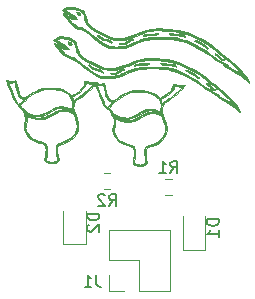
<source format=gbo>
G04 #@! TF.GenerationSoftware,KiCad,Pcbnew,5.1.6-c6e7f7d~87~ubuntu18.04.1*
G04 #@! TF.CreationDate,2020-07-20T19:22:24+02:00*
G04 #@! TF.ProjectId,cloud-demo,636c6f75-642d-4646-956d-6f2e6b696361,rev?*
G04 #@! TF.SameCoordinates,Original*
G04 #@! TF.FileFunction,Legend,Bot*
G04 #@! TF.FilePolarity,Positive*
%FSLAX46Y46*%
G04 Gerber Fmt 4.6, Leading zero omitted, Abs format (unit mm)*
G04 Created by KiCad (PCBNEW 5.1.6-c6e7f7d~87~ubuntu18.04.1) date 2020-07-20 19:22:24*
%MOMM*%
%LPD*%
G01*
G04 APERTURE LIST*
%ADD10C,0.010000*%
%ADD11C,0.120000*%
%ADD12C,0.150000*%
%ADD13O,1.800000X1.800000*%
%ADD14R,1.800000X1.800000*%
G04 APERTURE END LIST*
D10*
G36*
X126906878Y-78464856D02*
G01*
X126903127Y-78520529D01*
X126934734Y-78620799D01*
X126961441Y-78678585D01*
X127009373Y-78782033D01*
X127079227Y-78945049D01*
X127162852Y-79148054D01*
X127252095Y-79371470D01*
X127284561Y-79454500D01*
X127414055Y-79779732D01*
X127523403Y-80034367D01*
X127618133Y-80228490D01*
X127703775Y-80372183D01*
X127785856Y-80475532D01*
X127869907Y-80548618D01*
X127892893Y-80563989D01*
X128025611Y-80677823D01*
X128167353Y-80847882D01*
X128301111Y-81049825D01*
X128409872Y-81259313D01*
X128450428Y-81361772D01*
X128514795Y-81626658D01*
X128516107Y-81886427D01*
X128454334Y-82171110D01*
X128449627Y-82186412D01*
X128407550Y-82330935D01*
X128392221Y-82430576D01*
X128403124Y-82520609D01*
X128439741Y-82636309D01*
X128442897Y-82645267D01*
X128557018Y-82921046D01*
X128692084Y-83144418D01*
X128860622Y-83326052D01*
X129075162Y-83476617D01*
X129348231Y-83606785D01*
X129692357Y-83727223D01*
X129725168Y-83737318D01*
X129907473Y-83796094D01*
X130026662Y-83845193D01*
X130101803Y-83895287D01*
X130151963Y-83957048D01*
X130168137Y-83985231D01*
X130218082Y-84142518D01*
X130236919Y-84354748D01*
X130224858Y-84598201D01*
X130182105Y-84849156D01*
X130159827Y-84934728D01*
X130118637Y-85106228D01*
X130120248Y-85222425D01*
X130174564Y-85306028D01*
X130291487Y-85379746D01*
X130370167Y-85417113D01*
X130574118Y-85477431D01*
X130792927Y-85489949D01*
X130990907Y-85453969D01*
X131047500Y-85430381D01*
X131169455Y-85361095D01*
X131268511Y-85293761D01*
X131362522Y-85220834D01*
X131276057Y-84793630D01*
X131236972Y-84589896D01*
X131216416Y-84443740D01*
X131213234Y-84330391D01*
X131226273Y-84225081D01*
X131245546Y-84138338D01*
X131301500Y-83910250D01*
X131640538Y-83824132D01*
X132020316Y-83692281D01*
X132346559Y-83506223D01*
X132613642Y-83271838D01*
X132815942Y-82995005D01*
X132947837Y-82681602D01*
X132999320Y-82403609D01*
X133004879Y-82326081D01*
X132871929Y-82326081D01*
X132831987Y-82627440D01*
X132714721Y-82907715D01*
X132519020Y-83173596D01*
X132457581Y-83238732D01*
X132175563Y-83465575D01*
X131839879Y-83630871D01*
X131488576Y-83725242D01*
X131343240Y-83754560D01*
X131256799Y-83788203D01*
X131204200Y-83841480D01*
X131162690Y-83924377D01*
X131106708Y-84139928D01*
X131096445Y-84413699D01*
X131131290Y-84733043D01*
X131210630Y-85085314D01*
X131220605Y-85120540D01*
X131198717Y-85182369D01*
X131115307Y-85248860D01*
X130992107Y-85309277D01*
X130850851Y-85352884D01*
X130717730Y-85368967D01*
X130575553Y-85348688D01*
X130421644Y-85298257D01*
X130385489Y-85281352D01*
X130279113Y-85219044D01*
X130236355Y-85165255D01*
X130240687Y-85101435D01*
X130324629Y-84774587D01*
X130365995Y-84502716D01*
X130365403Y-84267980D01*
X130323470Y-84052539D01*
X130281210Y-83931289D01*
X130251685Y-83863235D01*
X130216793Y-83811638D01*
X130162206Y-83768295D01*
X130073596Y-83724999D01*
X129936635Y-83673547D01*
X129736996Y-83605733D01*
X129678811Y-83586327D01*
X129456817Y-83510855D01*
X129296526Y-83450334D01*
X129178831Y-83394451D01*
X129084625Y-83332896D01*
X128994798Y-83255359D01*
X128909703Y-83171299D01*
X128725066Y-82953999D01*
X128609654Y-82742854D01*
X128597038Y-82709102D01*
X128557729Y-82589766D01*
X128540031Y-82497038D01*
X128543675Y-82400542D01*
X128568391Y-82269907D01*
X128592242Y-82166669D01*
X128637391Y-81911411D01*
X128646581Y-81693426D01*
X128642593Y-81645368D01*
X128618361Y-81440770D01*
X128795764Y-81538848D01*
X129154396Y-81689665D01*
X129534528Y-81759643D01*
X129786424Y-81760853D01*
X129959468Y-81743743D01*
X130105351Y-81711087D01*
X130256969Y-81652846D01*
X130445951Y-81559648D01*
X130746724Y-81402803D01*
X130982999Y-81280403D01*
X131165581Y-81188184D01*
X131305275Y-81121885D01*
X131412883Y-81077243D01*
X131499212Y-81049997D01*
X131575064Y-81035883D01*
X131651243Y-81030640D01*
X131738555Y-81030007D01*
X131788333Y-81030087D01*
X131982664Y-81036657D01*
X132132305Y-81062227D01*
X132276545Y-81115041D01*
X132343292Y-81146506D01*
X132455257Y-81203900D01*
X132532088Y-81256891D01*
X132589228Y-81325211D01*
X132642118Y-81428588D01*
X132706198Y-81586753D01*
X132724292Y-81633339D01*
X132835660Y-81996945D01*
X132871929Y-82326081D01*
X133004879Y-82326081D01*
X133006840Y-82298736D01*
X133006908Y-82204800D01*
X132996177Y-82107889D01*
X132971297Y-81994088D01*
X132928919Y-81849484D01*
X132865695Y-81660163D01*
X132778276Y-81412211D01*
X132724722Y-81262667D01*
X132660033Y-81052403D01*
X132460914Y-81052403D01*
X132410584Y-81037098D01*
X132339912Y-81004941D01*
X132065713Y-80911006D01*
X131773443Y-80889661D01*
X131458220Y-80941716D01*
X131115159Y-81067981D01*
X130739377Y-81269268D01*
X130736303Y-81271137D01*
X130449812Y-81433172D01*
X130202394Y-81542767D01*
X129972518Y-81606609D01*
X129738652Y-81631381D01*
X129580501Y-81629976D01*
X129405261Y-81616939D01*
X129258750Y-81589401D01*
X129108412Y-81538429D01*
X128921691Y-81455088D01*
X128892584Y-81441188D01*
X128713040Y-81352347D01*
X128594364Y-81288430D01*
X128539214Y-81252359D01*
X128550249Y-81247055D01*
X128630125Y-81275439D01*
X128781502Y-81340432D01*
X128814417Y-81355277D01*
X129031747Y-81439535D01*
X129246152Y-81486878D01*
X129438833Y-81505483D01*
X129722375Y-81502277D01*
X129990193Y-81452205D01*
X130262840Y-81348936D01*
X130560862Y-81186140D01*
X130643176Y-81134477D01*
X130874394Y-80991273D01*
X131058749Y-80892072D01*
X131216583Y-80829383D01*
X131368242Y-80795718D01*
X131534070Y-80783588D01*
X131597833Y-80783040D01*
X131847197Y-80805002D01*
X132096651Y-80863719D01*
X132316035Y-80950359D01*
X132447032Y-81031761D01*
X132460914Y-81052403D01*
X132660033Y-81052403D01*
X132637281Y-80978454D01*
X132600483Y-80744194D01*
X132613506Y-80542608D01*
X132674822Y-80358538D01*
X132510658Y-80358538D01*
X132503881Y-80397051D01*
X132483608Y-80488850D01*
X132470617Y-80622692D01*
X132468642Y-80679079D01*
X132465667Y-80878658D01*
X132281939Y-80799903D01*
X131920627Y-80684989D01*
X131565398Y-80649929D01*
X131224014Y-80694030D01*
X130904240Y-80816601D01*
X130708880Y-80940086D01*
X130342704Y-81173056D01*
X129981915Y-81321694D01*
X129625943Y-81386127D01*
X129274221Y-81366481D01*
X129044004Y-81307472D01*
X128769512Y-81199508D01*
X128558201Y-81076854D01*
X128388588Y-80924798D01*
X128274151Y-80780235D01*
X128103888Y-80537177D01*
X128360804Y-80269626D01*
X128543123Y-80099386D01*
X128582447Y-80067638D01*
X128356693Y-80067638D01*
X128343477Y-80101758D01*
X128283880Y-80172090D01*
X128196616Y-80260707D01*
X128100398Y-80349679D01*
X128013940Y-80421080D01*
X127955954Y-80456980D01*
X127948884Y-80458334D01*
X127896104Y-80425237D01*
X127823617Y-80341238D01*
X127786485Y-80286864D01*
X127736229Y-80192303D01*
X127663053Y-80034872D01*
X127574079Y-79830858D01*
X127476427Y-79596550D01*
X127386644Y-79372312D01*
X127095048Y-78629229D01*
X127226909Y-78648582D01*
X127368343Y-78652863D01*
X127494601Y-78637301D01*
X127630432Y-78606666D01*
X127682223Y-78865750D01*
X127750127Y-79187128D01*
X127812775Y-79436051D01*
X127875340Y-79624085D01*
X127942998Y-79762796D01*
X128020923Y-79863752D01*
X128114289Y-79938518D01*
X128178417Y-79974879D01*
X128281305Y-80027674D01*
X128347414Y-80062420D01*
X128356693Y-80067638D01*
X128582447Y-80067638D01*
X128772986Y-79913811D01*
X129028362Y-79728231D01*
X129287219Y-79557977D01*
X129527526Y-79418379D01*
X129707551Y-79332502D01*
X129947308Y-79256316D01*
X130216964Y-79212690D01*
X130532065Y-79200327D01*
X130908160Y-79217933D01*
X130995104Y-79225206D01*
X131293638Y-79259410D01*
X131531470Y-79307558D01*
X131732367Y-79377835D01*
X131920099Y-79478423D01*
X132105104Y-79607401D01*
X132240533Y-79722958D01*
X132334659Y-79844356D01*
X132413904Y-80007164D01*
X132428022Y-80042088D01*
X132491356Y-80229408D01*
X132510658Y-80358538D01*
X132674822Y-80358538D01*
X132675528Y-80356421D01*
X132681030Y-80344864D01*
X132739497Y-80237535D01*
X132807773Y-80150103D01*
X132902520Y-80068041D01*
X133040404Y-79976821D01*
X133229277Y-79866892D01*
X133405072Y-79750650D01*
X133616641Y-79584282D01*
X133846460Y-79383445D01*
X134077006Y-79163799D01*
X134290753Y-78941001D01*
X134385449Y-78833785D01*
X134423123Y-78789686D01*
X134264833Y-78789686D01*
X133859879Y-79190093D01*
X133645441Y-79391024D01*
X133437818Y-79565233D01*
X133256234Y-79697036D01*
X133187536Y-79738667D01*
X133025695Y-79835825D01*
X132870178Y-79941484D01*
X132766990Y-80022451D01*
X132613833Y-80158068D01*
X132562826Y-80043618D01*
X132524797Y-79938718D01*
X132510350Y-79865667D01*
X132546533Y-79814257D01*
X132646140Y-79745235D01*
X132772787Y-79679324D01*
X132976257Y-79562096D01*
X133178910Y-79406422D01*
X133362700Y-79230012D01*
X133509582Y-79050577D01*
X133601509Y-78885827D01*
X133611796Y-78855915D01*
X133649123Y-78745887D01*
X133687734Y-78699245D01*
X133750496Y-78697504D01*
X133795816Y-78707167D01*
X133928016Y-78734465D01*
X134078567Y-78760963D01*
X134095500Y-78763618D01*
X134264833Y-78789686D01*
X134423123Y-78789686D01*
X134588303Y-78596341D01*
X134341902Y-78620951D01*
X134160251Y-78626165D01*
X133979482Y-78611092D01*
X133905000Y-78596528D01*
X133726174Y-78550521D01*
X133614144Y-78525130D01*
X133553329Y-78521413D01*
X133528147Y-78540428D01*
X133523017Y-78583236D01*
X133523070Y-78622482D01*
X133481616Y-78827597D01*
X133366688Y-79037982D01*
X133187872Y-79242486D01*
X132954753Y-79429955D01*
X132703040Y-79576576D01*
X132430190Y-79711124D01*
X132280277Y-79579499D01*
X132065626Y-79412144D01*
X131841965Y-79285209D01*
X131592452Y-79193069D01*
X131300246Y-79130101D01*
X130948506Y-79090679D01*
X130784974Y-79080113D01*
X130464271Y-79070857D01*
X130188783Y-79084755D01*
X129939918Y-79127530D01*
X129699087Y-79204903D01*
X129447697Y-79322596D01*
X129167158Y-79486332D01*
X128900707Y-79660052D01*
X128688884Y-79794005D01*
X128525316Y-79874232D01*
X128395558Y-79903903D01*
X128285165Y-79886189D01*
X128179690Y-79824259D01*
X128173697Y-79819596D01*
X128081080Y-79731402D01*
X128009690Y-79621362D01*
X127951455Y-79471337D01*
X127898302Y-79263188D01*
X127873945Y-79146000D01*
X127816726Y-78872291D01*
X127768426Y-78675205D01*
X127726787Y-78547442D01*
X127689550Y-78481699D01*
X127664437Y-78468667D01*
X127594266Y-78479628D01*
X127487006Y-78506240D01*
X127479055Y-78508499D01*
X127327212Y-78525147D01*
X127144097Y-78489320D01*
X127141558Y-78488558D01*
X127019025Y-78460508D01*
X126930202Y-78456263D01*
X126906878Y-78464856D01*
G37*
X126906878Y-78464856D02*
X126903127Y-78520529D01*
X126934734Y-78620799D01*
X126961441Y-78678585D01*
X127009373Y-78782033D01*
X127079227Y-78945049D01*
X127162852Y-79148054D01*
X127252095Y-79371470D01*
X127284561Y-79454500D01*
X127414055Y-79779732D01*
X127523403Y-80034367D01*
X127618133Y-80228490D01*
X127703775Y-80372183D01*
X127785856Y-80475532D01*
X127869907Y-80548618D01*
X127892893Y-80563989D01*
X128025611Y-80677823D01*
X128167353Y-80847882D01*
X128301111Y-81049825D01*
X128409872Y-81259313D01*
X128450428Y-81361772D01*
X128514795Y-81626658D01*
X128516107Y-81886427D01*
X128454334Y-82171110D01*
X128449627Y-82186412D01*
X128407550Y-82330935D01*
X128392221Y-82430576D01*
X128403124Y-82520609D01*
X128439741Y-82636309D01*
X128442897Y-82645267D01*
X128557018Y-82921046D01*
X128692084Y-83144418D01*
X128860622Y-83326052D01*
X129075162Y-83476617D01*
X129348231Y-83606785D01*
X129692357Y-83727223D01*
X129725168Y-83737318D01*
X129907473Y-83796094D01*
X130026662Y-83845193D01*
X130101803Y-83895287D01*
X130151963Y-83957048D01*
X130168137Y-83985231D01*
X130218082Y-84142518D01*
X130236919Y-84354748D01*
X130224858Y-84598201D01*
X130182105Y-84849156D01*
X130159827Y-84934728D01*
X130118637Y-85106228D01*
X130120248Y-85222425D01*
X130174564Y-85306028D01*
X130291487Y-85379746D01*
X130370167Y-85417113D01*
X130574118Y-85477431D01*
X130792927Y-85489949D01*
X130990907Y-85453969D01*
X131047500Y-85430381D01*
X131169455Y-85361095D01*
X131268511Y-85293761D01*
X131362522Y-85220834D01*
X131276057Y-84793630D01*
X131236972Y-84589896D01*
X131216416Y-84443740D01*
X131213234Y-84330391D01*
X131226273Y-84225081D01*
X131245546Y-84138338D01*
X131301500Y-83910250D01*
X131640538Y-83824132D01*
X132020316Y-83692281D01*
X132346559Y-83506223D01*
X132613642Y-83271838D01*
X132815942Y-82995005D01*
X132947837Y-82681602D01*
X132999320Y-82403609D01*
X133004879Y-82326081D01*
X132871929Y-82326081D01*
X132831987Y-82627440D01*
X132714721Y-82907715D01*
X132519020Y-83173596D01*
X132457581Y-83238732D01*
X132175563Y-83465575D01*
X131839879Y-83630871D01*
X131488576Y-83725242D01*
X131343240Y-83754560D01*
X131256799Y-83788203D01*
X131204200Y-83841480D01*
X131162690Y-83924377D01*
X131106708Y-84139928D01*
X131096445Y-84413699D01*
X131131290Y-84733043D01*
X131210630Y-85085314D01*
X131220605Y-85120540D01*
X131198717Y-85182369D01*
X131115307Y-85248860D01*
X130992107Y-85309277D01*
X130850851Y-85352884D01*
X130717730Y-85368967D01*
X130575553Y-85348688D01*
X130421644Y-85298257D01*
X130385489Y-85281352D01*
X130279113Y-85219044D01*
X130236355Y-85165255D01*
X130240687Y-85101435D01*
X130324629Y-84774587D01*
X130365995Y-84502716D01*
X130365403Y-84267980D01*
X130323470Y-84052539D01*
X130281210Y-83931289D01*
X130251685Y-83863235D01*
X130216793Y-83811638D01*
X130162206Y-83768295D01*
X130073596Y-83724999D01*
X129936635Y-83673547D01*
X129736996Y-83605733D01*
X129678811Y-83586327D01*
X129456817Y-83510855D01*
X129296526Y-83450334D01*
X129178831Y-83394451D01*
X129084625Y-83332896D01*
X128994798Y-83255359D01*
X128909703Y-83171299D01*
X128725066Y-82953999D01*
X128609654Y-82742854D01*
X128597038Y-82709102D01*
X128557729Y-82589766D01*
X128540031Y-82497038D01*
X128543675Y-82400542D01*
X128568391Y-82269907D01*
X128592242Y-82166669D01*
X128637391Y-81911411D01*
X128646581Y-81693426D01*
X128642593Y-81645368D01*
X128618361Y-81440770D01*
X128795764Y-81538848D01*
X129154396Y-81689665D01*
X129534528Y-81759643D01*
X129786424Y-81760853D01*
X129959468Y-81743743D01*
X130105351Y-81711087D01*
X130256969Y-81652846D01*
X130445951Y-81559648D01*
X130746724Y-81402803D01*
X130982999Y-81280403D01*
X131165581Y-81188184D01*
X131305275Y-81121885D01*
X131412883Y-81077243D01*
X131499212Y-81049997D01*
X131575064Y-81035883D01*
X131651243Y-81030640D01*
X131738555Y-81030007D01*
X131788333Y-81030087D01*
X131982664Y-81036657D01*
X132132305Y-81062227D01*
X132276545Y-81115041D01*
X132343292Y-81146506D01*
X132455257Y-81203900D01*
X132532088Y-81256891D01*
X132589228Y-81325211D01*
X132642118Y-81428588D01*
X132706198Y-81586753D01*
X132724292Y-81633339D01*
X132835660Y-81996945D01*
X132871929Y-82326081D01*
X133004879Y-82326081D01*
X133006840Y-82298736D01*
X133006908Y-82204800D01*
X132996177Y-82107889D01*
X132971297Y-81994088D01*
X132928919Y-81849484D01*
X132865695Y-81660163D01*
X132778276Y-81412211D01*
X132724722Y-81262667D01*
X132660033Y-81052403D01*
X132460914Y-81052403D01*
X132410584Y-81037098D01*
X132339912Y-81004941D01*
X132065713Y-80911006D01*
X131773443Y-80889661D01*
X131458220Y-80941716D01*
X131115159Y-81067981D01*
X130739377Y-81269268D01*
X130736303Y-81271137D01*
X130449812Y-81433172D01*
X130202394Y-81542767D01*
X129972518Y-81606609D01*
X129738652Y-81631381D01*
X129580501Y-81629976D01*
X129405261Y-81616939D01*
X129258750Y-81589401D01*
X129108412Y-81538429D01*
X128921691Y-81455088D01*
X128892584Y-81441188D01*
X128713040Y-81352347D01*
X128594364Y-81288430D01*
X128539214Y-81252359D01*
X128550249Y-81247055D01*
X128630125Y-81275439D01*
X128781502Y-81340432D01*
X128814417Y-81355277D01*
X129031747Y-81439535D01*
X129246152Y-81486878D01*
X129438833Y-81505483D01*
X129722375Y-81502277D01*
X129990193Y-81452205D01*
X130262840Y-81348936D01*
X130560862Y-81186140D01*
X130643176Y-81134477D01*
X130874394Y-80991273D01*
X131058749Y-80892072D01*
X131216583Y-80829383D01*
X131368242Y-80795718D01*
X131534070Y-80783588D01*
X131597833Y-80783040D01*
X131847197Y-80805002D01*
X132096651Y-80863719D01*
X132316035Y-80950359D01*
X132447032Y-81031761D01*
X132460914Y-81052403D01*
X132660033Y-81052403D01*
X132637281Y-80978454D01*
X132600483Y-80744194D01*
X132613506Y-80542608D01*
X132674822Y-80358538D01*
X132510658Y-80358538D01*
X132503881Y-80397051D01*
X132483608Y-80488850D01*
X132470617Y-80622692D01*
X132468642Y-80679079D01*
X132465667Y-80878658D01*
X132281939Y-80799903D01*
X131920627Y-80684989D01*
X131565398Y-80649929D01*
X131224014Y-80694030D01*
X130904240Y-80816601D01*
X130708880Y-80940086D01*
X130342704Y-81173056D01*
X129981915Y-81321694D01*
X129625943Y-81386127D01*
X129274221Y-81366481D01*
X129044004Y-81307472D01*
X128769512Y-81199508D01*
X128558201Y-81076854D01*
X128388588Y-80924798D01*
X128274151Y-80780235D01*
X128103888Y-80537177D01*
X128360804Y-80269626D01*
X128543123Y-80099386D01*
X128582447Y-80067638D01*
X128356693Y-80067638D01*
X128343477Y-80101758D01*
X128283880Y-80172090D01*
X128196616Y-80260707D01*
X128100398Y-80349679D01*
X128013940Y-80421080D01*
X127955954Y-80456980D01*
X127948884Y-80458334D01*
X127896104Y-80425237D01*
X127823617Y-80341238D01*
X127786485Y-80286864D01*
X127736229Y-80192303D01*
X127663053Y-80034872D01*
X127574079Y-79830858D01*
X127476427Y-79596550D01*
X127386644Y-79372312D01*
X127095048Y-78629229D01*
X127226909Y-78648582D01*
X127368343Y-78652863D01*
X127494601Y-78637301D01*
X127630432Y-78606666D01*
X127682223Y-78865750D01*
X127750127Y-79187128D01*
X127812775Y-79436051D01*
X127875340Y-79624085D01*
X127942998Y-79762796D01*
X128020923Y-79863752D01*
X128114289Y-79938518D01*
X128178417Y-79974879D01*
X128281305Y-80027674D01*
X128347414Y-80062420D01*
X128356693Y-80067638D01*
X128582447Y-80067638D01*
X128772986Y-79913811D01*
X129028362Y-79728231D01*
X129287219Y-79557977D01*
X129527526Y-79418379D01*
X129707551Y-79332502D01*
X129947308Y-79256316D01*
X130216964Y-79212690D01*
X130532065Y-79200327D01*
X130908160Y-79217933D01*
X130995104Y-79225206D01*
X131293638Y-79259410D01*
X131531470Y-79307558D01*
X131732367Y-79377835D01*
X131920099Y-79478423D01*
X132105104Y-79607401D01*
X132240533Y-79722958D01*
X132334659Y-79844356D01*
X132413904Y-80007164D01*
X132428022Y-80042088D01*
X132491356Y-80229408D01*
X132510658Y-80358538D01*
X132674822Y-80358538D01*
X132675528Y-80356421D01*
X132681030Y-80344864D01*
X132739497Y-80237535D01*
X132807773Y-80150103D01*
X132902520Y-80068041D01*
X133040404Y-79976821D01*
X133229277Y-79866892D01*
X133405072Y-79750650D01*
X133616641Y-79584282D01*
X133846460Y-79383445D01*
X134077006Y-79163799D01*
X134290753Y-78941001D01*
X134385449Y-78833785D01*
X134423123Y-78789686D01*
X134264833Y-78789686D01*
X133859879Y-79190093D01*
X133645441Y-79391024D01*
X133437818Y-79565233D01*
X133256234Y-79697036D01*
X133187536Y-79738667D01*
X133025695Y-79835825D01*
X132870178Y-79941484D01*
X132766990Y-80022451D01*
X132613833Y-80158068D01*
X132562826Y-80043618D01*
X132524797Y-79938718D01*
X132510350Y-79865667D01*
X132546533Y-79814257D01*
X132646140Y-79745235D01*
X132772787Y-79679324D01*
X132976257Y-79562096D01*
X133178910Y-79406422D01*
X133362700Y-79230012D01*
X133509582Y-79050577D01*
X133601509Y-78885827D01*
X133611796Y-78855915D01*
X133649123Y-78745887D01*
X133687734Y-78699245D01*
X133750496Y-78697504D01*
X133795816Y-78707167D01*
X133928016Y-78734465D01*
X134078567Y-78760963D01*
X134095500Y-78763618D01*
X134264833Y-78789686D01*
X134423123Y-78789686D01*
X134588303Y-78596341D01*
X134341902Y-78620951D01*
X134160251Y-78626165D01*
X133979482Y-78611092D01*
X133905000Y-78596528D01*
X133726174Y-78550521D01*
X133614144Y-78525130D01*
X133553329Y-78521413D01*
X133528147Y-78540428D01*
X133523017Y-78583236D01*
X133523070Y-78622482D01*
X133481616Y-78827597D01*
X133366688Y-79037982D01*
X133187872Y-79242486D01*
X132954753Y-79429955D01*
X132703040Y-79576576D01*
X132430190Y-79711124D01*
X132280277Y-79579499D01*
X132065626Y-79412144D01*
X131841965Y-79285209D01*
X131592452Y-79193069D01*
X131300246Y-79130101D01*
X130948506Y-79090679D01*
X130784974Y-79080113D01*
X130464271Y-79070857D01*
X130188783Y-79084755D01*
X129939918Y-79127530D01*
X129699087Y-79204903D01*
X129447697Y-79322596D01*
X129167158Y-79486332D01*
X128900707Y-79660052D01*
X128688884Y-79794005D01*
X128525316Y-79874232D01*
X128395558Y-79903903D01*
X128285165Y-79886189D01*
X128179690Y-79824259D01*
X128173697Y-79819596D01*
X128081080Y-79731402D01*
X128009690Y-79621362D01*
X127951455Y-79471337D01*
X127898302Y-79263188D01*
X127873945Y-79146000D01*
X127816726Y-78872291D01*
X127768426Y-78675205D01*
X127726787Y-78547442D01*
X127689550Y-78481699D01*
X127664437Y-78468667D01*
X127594266Y-78479628D01*
X127487006Y-78506240D01*
X127479055Y-78508499D01*
X127327212Y-78525147D01*
X127144097Y-78489320D01*
X127141558Y-78488558D01*
X127019025Y-78460508D01*
X126930202Y-78456263D01*
X126906878Y-78464856D01*
G36*
X119416878Y-78234856D02*
G01*
X119413127Y-78290529D01*
X119444734Y-78390799D01*
X119471441Y-78448585D01*
X119519373Y-78552033D01*
X119589227Y-78715049D01*
X119672852Y-78918054D01*
X119762095Y-79141470D01*
X119794561Y-79224500D01*
X119924055Y-79549732D01*
X120033403Y-79804367D01*
X120128133Y-79998490D01*
X120213775Y-80142183D01*
X120295856Y-80245532D01*
X120379907Y-80318618D01*
X120402893Y-80333989D01*
X120535611Y-80447823D01*
X120677353Y-80617882D01*
X120811111Y-80819825D01*
X120919872Y-81029313D01*
X120960428Y-81131772D01*
X121024795Y-81396658D01*
X121026107Y-81656427D01*
X120964334Y-81941110D01*
X120959627Y-81956412D01*
X120917550Y-82100935D01*
X120902221Y-82200576D01*
X120913124Y-82290609D01*
X120949741Y-82406309D01*
X120952897Y-82415267D01*
X121067018Y-82691046D01*
X121202084Y-82914418D01*
X121370622Y-83096052D01*
X121585162Y-83246617D01*
X121858231Y-83376785D01*
X122202357Y-83497223D01*
X122235168Y-83507318D01*
X122417473Y-83566094D01*
X122536662Y-83615193D01*
X122611803Y-83665287D01*
X122661963Y-83727048D01*
X122678137Y-83755231D01*
X122728082Y-83912518D01*
X122746919Y-84124748D01*
X122734858Y-84368201D01*
X122692105Y-84619156D01*
X122669827Y-84704728D01*
X122628637Y-84876228D01*
X122630248Y-84992425D01*
X122684564Y-85076028D01*
X122801487Y-85149746D01*
X122880167Y-85187113D01*
X123084118Y-85247431D01*
X123302927Y-85259949D01*
X123500907Y-85223969D01*
X123557500Y-85200381D01*
X123679455Y-85131095D01*
X123778511Y-85063761D01*
X123872522Y-84990834D01*
X123786057Y-84563630D01*
X123746972Y-84359896D01*
X123726416Y-84213740D01*
X123723234Y-84100391D01*
X123736273Y-83995081D01*
X123755546Y-83908338D01*
X123811500Y-83680250D01*
X124150538Y-83594132D01*
X124530316Y-83462281D01*
X124856559Y-83276223D01*
X125123642Y-83041838D01*
X125325942Y-82765005D01*
X125457837Y-82451602D01*
X125509320Y-82173609D01*
X125514879Y-82096081D01*
X125381929Y-82096081D01*
X125341987Y-82397440D01*
X125224721Y-82677715D01*
X125029020Y-82943596D01*
X124967581Y-83008732D01*
X124685563Y-83235575D01*
X124349879Y-83400871D01*
X123998576Y-83495242D01*
X123853240Y-83524560D01*
X123766799Y-83558203D01*
X123714200Y-83611480D01*
X123672690Y-83694377D01*
X123616708Y-83909928D01*
X123606445Y-84183699D01*
X123641290Y-84503043D01*
X123720630Y-84855314D01*
X123730605Y-84890540D01*
X123708717Y-84952369D01*
X123625307Y-85018860D01*
X123502107Y-85079277D01*
X123360851Y-85122884D01*
X123227730Y-85138967D01*
X123085553Y-85118688D01*
X122931644Y-85068257D01*
X122895489Y-85051352D01*
X122789113Y-84989044D01*
X122746355Y-84935255D01*
X122750687Y-84871435D01*
X122834629Y-84544587D01*
X122875995Y-84272716D01*
X122875403Y-84037980D01*
X122833470Y-83822539D01*
X122791210Y-83701289D01*
X122761685Y-83633235D01*
X122726793Y-83581638D01*
X122672206Y-83538295D01*
X122583596Y-83494999D01*
X122446635Y-83443547D01*
X122246996Y-83375733D01*
X122188811Y-83356327D01*
X121966817Y-83280855D01*
X121806526Y-83220334D01*
X121688831Y-83164451D01*
X121594625Y-83102896D01*
X121504798Y-83025359D01*
X121419703Y-82941299D01*
X121235066Y-82723999D01*
X121119654Y-82512854D01*
X121107038Y-82479102D01*
X121067729Y-82359766D01*
X121050031Y-82267038D01*
X121053675Y-82170542D01*
X121078391Y-82039907D01*
X121102242Y-81936669D01*
X121147391Y-81681411D01*
X121156581Y-81463426D01*
X121152593Y-81415368D01*
X121128361Y-81210770D01*
X121305764Y-81308848D01*
X121664396Y-81459665D01*
X122044528Y-81529643D01*
X122296424Y-81530853D01*
X122469468Y-81513743D01*
X122615351Y-81481087D01*
X122766969Y-81422846D01*
X122955951Y-81329648D01*
X123256724Y-81172803D01*
X123492999Y-81050403D01*
X123675581Y-80958184D01*
X123815275Y-80891885D01*
X123922883Y-80847243D01*
X124009212Y-80819997D01*
X124085064Y-80805883D01*
X124161243Y-80800640D01*
X124248555Y-80800007D01*
X124298333Y-80800087D01*
X124492664Y-80806657D01*
X124642305Y-80832227D01*
X124786545Y-80885041D01*
X124853292Y-80916506D01*
X124965257Y-80973900D01*
X125042088Y-81026891D01*
X125099228Y-81095211D01*
X125152118Y-81198588D01*
X125216198Y-81356753D01*
X125234292Y-81403339D01*
X125345660Y-81766945D01*
X125381929Y-82096081D01*
X125514879Y-82096081D01*
X125516840Y-82068736D01*
X125516908Y-81974800D01*
X125506177Y-81877889D01*
X125481297Y-81764088D01*
X125438919Y-81619484D01*
X125375695Y-81430163D01*
X125288276Y-81182211D01*
X125234722Y-81032667D01*
X125170033Y-80822403D01*
X124970914Y-80822403D01*
X124920584Y-80807098D01*
X124849912Y-80774941D01*
X124575713Y-80681006D01*
X124283443Y-80659661D01*
X123968220Y-80711716D01*
X123625159Y-80837981D01*
X123249377Y-81039268D01*
X123246303Y-81041137D01*
X122959812Y-81203172D01*
X122712394Y-81312767D01*
X122482518Y-81376609D01*
X122248652Y-81401381D01*
X122090501Y-81399976D01*
X121915261Y-81386939D01*
X121768750Y-81359401D01*
X121618412Y-81308429D01*
X121431691Y-81225088D01*
X121402584Y-81211188D01*
X121223040Y-81122347D01*
X121104364Y-81058430D01*
X121049214Y-81022359D01*
X121060249Y-81017055D01*
X121140125Y-81045439D01*
X121291502Y-81110432D01*
X121324417Y-81125277D01*
X121541747Y-81209535D01*
X121756152Y-81256878D01*
X121948833Y-81275483D01*
X122232375Y-81272277D01*
X122500193Y-81222205D01*
X122772840Y-81118936D01*
X123070862Y-80956140D01*
X123153176Y-80904477D01*
X123384394Y-80761273D01*
X123568749Y-80662072D01*
X123726583Y-80599383D01*
X123878242Y-80565718D01*
X124044070Y-80553588D01*
X124107833Y-80553040D01*
X124357197Y-80575002D01*
X124606651Y-80633719D01*
X124826035Y-80720359D01*
X124957032Y-80801761D01*
X124970914Y-80822403D01*
X125170033Y-80822403D01*
X125147281Y-80748454D01*
X125110483Y-80514194D01*
X125123506Y-80312608D01*
X125184822Y-80128538D01*
X125020658Y-80128538D01*
X125013881Y-80167051D01*
X124993608Y-80258850D01*
X124980617Y-80392692D01*
X124978642Y-80449079D01*
X124975667Y-80648658D01*
X124791939Y-80569903D01*
X124430627Y-80454989D01*
X124075398Y-80419929D01*
X123734014Y-80464030D01*
X123414240Y-80586601D01*
X123218880Y-80710086D01*
X122852704Y-80943056D01*
X122491915Y-81091694D01*
X122135943Y-81156127D01*
X121784221Y-81136481D01*
X121554004Y-81077472D01*
X121279512Y-80969508D01*
X121068201Y-80846854D01*
X120898588Y-80694798D01*
X120784151Y-80550235D01*
X120613888Y-80307177D01*
X120870804Y-80039626D01*
X121053123Y-79869386D01*
X121092447Y-79837638D01*
X120866693Y-79837638D01*
X120853477Y-79871758D01*
X120793880Y-79942090D01*
X120706616Y-80030707D01*
X120610398Y-80119679D01*
X120523940Y-80191080D01*
X120465954Y-80226980D01*
X120458884Y-80228334D01*
X120406104Y-80195237D01*
X120333617Y-80111238D01*
X120296485Y-80056864D01*
X120246229Y-79962303D01*
X120173053Y-79804872D01*
X120084079Y-79600858D01*
X119986427Y-79366550D01*
X119896644Y-79142312D01*
X119605048Y-78399229D01*
X119736909Y-78418582D01*
X119878343Y-78422863D01*
X120004601Y-78407301D01*
X120140432Y-78376666D01*
X120192223Y-78635750D01*
X120260127Y-78957128D01*
X120322775Y-79206051D01*
X120385340Y-79394085D01*
X120452998Y-79532796D01*
X120530923Y-79633752D01*
X120624289Y-79708518D01*
X120688417Y-79744879D01*
X120791305Y-79797674D01*
X120857414Y-79832420D01*
X120866693Y-79837638D01*
X121092447Y-79837638D01*
X121282986Y-79683811D01*
X121538362Y-79498231D01*
X121797219Y-79327977D01*
X122037526Y-79188379D01*
X122217551Y-79102502D01*
X122457308Y-79026316D01*
X122726964Y-78982690D01*
X123042065Y-78970327D01*
X123418160Y-78987933D01*
X123505104Y-78995206D01*
X123803638Y-79029410D01*
X124041470Y-79077558D01*
X124242367Y-79147835D01*
X124430099Y-79248423D01*
X124615104Y-79377401D01*
X124750533Y-79492958D01*
X124844659Y-79614356D01*
X124923904Y-79777164D01*
X124938022Y-79812088D01*
X125001356Y-79999408D01*
X125020658Y-80128538D01*
X125184822Y-80128538D01*
X125185528Y-80126421D01*
X125191030Y-80114864D01*
X125249497Y-80007535D01*
X125317773Y-79920103D01*
X125412520Y-79838041D01*
X125550404Y-79746821D01*
X125739277Y-79636892D01*
X125915072Y-79520650D01*
X126126641Y-79354282D01*
X126356460Y-79153445D01*
X126587006Y-78933799D01*
X126800753Y-78711001D01*
X126895449Y-78603785D01*
X126933123Y-78559686D01*
X126774833Y-78559686D01*
X126369879Y-78960093D01*
X126155441Y-79161024D01*
X125947818Y-79335233D01*
X125766234Y-79467036D01*
X125697536Y-79508667D01*
X125535695Y-79605825D01*
X125380178Y-79711484D01*
X125276990Y-79792451D01*
X125123833Y-79928068D01*
X125072826Y-79813618D01*
X125034797Y-79708718D01*
X125020350Y-79635667D01*
X125056533Y-79584257D01*
X125156140Y-79515235D01*
X125282787Y-79449324D01*
X125486257Y-79332096D01*
X125688910Y-79176422D01*
X125872700Y-79000012D01*
X126019582Y-78820577D01*
X126111509Y-78655827D01*
X126121796Y-78625915D01*
X126159123Y-78515887D01*
X126197734Y-78469245D01*
X126260496Y-78467504D01*
X126305816Y-78477167D01*
X126438016Y-78504465D01*
X126588567Y-78530963D01*
X126605500Y-78533618D01*
X126774833Y-78559686D01*
X126933123Y-78559686D01*
X127098303Y-78366341D01*
X126851902Y-78390951D01*
X126670251Y-78396165D01*
X126489482Y-78381092D01*
X126415000Y-78366528D01*
X126236174Y-78320521D01*
X126124144Y-78295130D01*
X126063329Y-78291413D01*
X126038147Y-78310428D01*
X126033017Y-78353236D01*
X126033070Y-78392482D01*
X125991616Y-78597597D01*
X125876688Y-78807982D01*
X125697872Y-79012486D01*
X125464753Y-79199955D01*
X125213040Y-79346576D01*
X124940190Y-79481124D01*
X124790277Y-79349499D01*
X124575626Y-79182144D01*
X124351965Y-79055209D01*
X124102452Y-78963069D01*
X123810246Y-78900101D01*
X123458506Y-78860679D01*
X123294974Y-78850113D01*
X122974271Y-78840857D01*
X122698783Y-78854755D01*
X122449918Y-78897530D01*
X122209087Y-78974903D01*
X121957697Y-79092596D01*
X121677158Y-79256332D01*
X121410707Y-79430052D01*
X121198884Y-79564005D01*
X121035316Y-79644232D01*
X120905558Y-79673903D01*
X120795165Y-79656189D01*
X120689690Y-79594259D01*
X120683697Y-79589596D01*
X120591080Y-79501402D01*
X120519690Y-79391362D01*
X120461455Y-79241337D01*
X120408302Y-79033188D01*
X120383945Y-78916000D01*
X120326726Y-78642291D01*
X120278426Y-78445205D01*
X120236787Y-78317442D01*
X120199550Y-78251699D01*
X120174437Y-78238667D01*
X120104266Y-78249628D01*
X119997006Y-78276240D01*
X119989055Y-78278499D01*
X119837212Y-78295147D01*
X119654097Y-78259320D01*
X119651558Y-78258558D01*
X119529025Y-78230508D01*
X119440202Y-78226263D01*
X119416878Y-78234856D01*
G37*
X119416878Y-78234856D02*
X119413127Y-78290529D01*
X119444734Y-78390799D01*
X119471441Y-78448585D01*
X119519373Y-78552033D01*
X119589227Y-78715049D01*
X119672852Y-78918054D01*
X119762095Y-79141470D01*
X119794561Y-79224500D01*
X119924055Y-79549732D01*
X120033403Y-79804367D01*
X120128133Y-79998490D01*
X120213775Y-80142183D01*
X120295856Y-80245532D01*
X120379907Y-80318618D01*
X120402893Y-80333989D01*
X120535611Y-80447823D01*
X120677353Y-80617882D01*
X120811111Y-80819825D01*
X120919872Y-81029313D01*
X120960428Y-81131772D01*
X121024795Y-81396658D01*
X121026107Y-81656427D01*
X120964334Y-81941110D01*
X120959627Y-81956412D01*
X120917550Y-82100935D01*
X120902221Y-82200576D01*
X120913124Y-82290609D01*
X120949741Y-82406309D01*
X120952897Y-82415267D01*
X121067018Y-82691046D01*
X121202084Y-82914418D01*
X121370622Y-83096052D01*
X121585162Y-83246617D01*
X121858231Y-83376785D01*
X122202357Y-83497223D01*
X122235168Y-83507318D01*
X122417473Y-83566094D01*
X122536662Y-83615193D01*
X122611803Y-83665287D01*
X122661963Y-83727048D01*
X122678137Y-83755231D01*
X122728082Y-83912518D01*
X122746919Y-84124748D01*
X122734858Y-84368201D01*
X122692105Y-84619156D01*
X122669827Y-84704728D01*
X122628637Y-84876228D01*
X122630248Y-84992425D01*
X122684564Y-85076028D01*
X122801487Y-85149746D01*
X122880167Y-85187113D01*
X123084118Y-85247431D01*
X123302927Y-85259949D01*
X123500907Y-85223969D01*
X123557500Y-85200381D01*
X123679455Y-85131095D01*
X123778511Y-85063761D01*
X123872522Y-84990834D01*
X123786057Y-84563630D01*
X123746972Y-84359896D01*
X123726416Y-84213740D01*
X123723234Y-84100391D01*
X123736273Y-83995081D01*
X123755546Y-83908338D01*
X123811500Y-83680250D01*
X124150538Y-83594132D01*
X124530316Y-83462281D01*
X124856559Y-83276223D01*
X125123642Y-83041838D01*
X125325942Y-82765005D01*
X125457837Y-82451602D01*
X125509320Y-82173609D01*
X125514879Y-82096081D01*
X125381929Y-82096081D01*
X125341987Y-82397440D01*
X125224721Y-82677715D01*
X125029020Y-82943596D01*
X124967581Y-83008732D01*
X124685563Y-83235575D01*
X124349879Y-83400871D01*
X123998576Y-83495242D01*
X123853240Y-83524560D01*
X123766799Y-83558203D01*
X123714200Y-83611480D01*
X123672690Y-83694377D01*
X123616708Y-83909928D01*
X123606445Y-84183699D01*
X123641290Y-84503043D01*
X123720630Y-84855314D01*
X123730605Y-84890540D01*
X123708717Y-84952369D01*
X123625307Y-85018860D01*
X123502107Y-85079277D01*
X123360851Y-85122884D01*
X123227730Y-85138967D01*
X123085553Y-85118688D01*
X122931644Y-85068257D01*
X122895489Y-85051352D01*
X122789113Y-84989044D01*
X122746355Y-84935255D01*
X122750687Y-84871435D01*
X122834629Y-84544587D01*
X122875995Y-84272716D01*
X122875403Y-84037980D01*
X122833470Y-83822539D01*
X122791210Y-83701289D01*
X122761685Y-83633235D01*
X122726793Y-83581638D01*
X122672206Y-83538295D01*
X122583596Y-83494999D01*
X122446635Y-83443547D01*
X122246996Y-83375733D01*
X122188811Y-83356327D01*
X121966817Y-83280855D01*
X121806526Y-83220334D01*
X121688831Y-83164451D01*
X121594625Y-83102896D01*
X121504798Y-83025359D01*
X121419703Y-82941299D01*
X121235066Y-82723999D01*
X121119654Y-82512854D01*
X121107038Y-82479102D01*
X121067729Y-82359766D01*
X121050031Y-82267038D01*
X121053675Y-82170542D01*
X121078391Y-82039907D01*
X121102242Y-81936669D01*
X121147391Y-81681411D01*
X121156581Y-81463426D01*
X121152593Y-81415368D01*
X121128361Y-81210770D01*
X121305764Y-81308848D01*
X121664396Y-81459665D01*
X122044528Y-81529643D01*
X122296424Y-81530853D01*
X122469468Y-81513743D01*
X122615351Y-81481087D01*
X122766969Y-81422846D01*
X122955951Y-81329648D01*
X123256724Y-81172803D01*
X123492999Y-81050403D01*
X123675581Y-80958184D01*
X123815275Y-80891885D01*
X123922883Y-80847243D01*
X124009212Y-80819997D01*
X124085064Y-80805883D01*
X124161243Y-80800640D01*
X124248555Y-80800007D01*
X124298333Y-80800087D01*
X124492664Y-80806657D01*
X124642305Y-80832227D01*
X124786545Y-80885041D01*
X124853292Y-80916506D01*
X124965257Y-80973900D01*
X125042088Y-81026891D01*
X125099228Y-81095211D01*
X125152118Y-81198588D01*
X125216198Y-81356753D01*
X125234292Y-81403339D01*
X125345660Y-81766945D01*
X125381929Y-82096081D01*
X125514879Y-82096081D01*
X125516840Y-82068736D01*
X125516908Y-81974800D01*
X125506177Y-81877889D01*
X125481297Y-81764088D01*
X125438919Y-81619484D01*
X125375695Y-81430163D01*
X125288276Y-81182211D01*
X125234722Y-81032667D01*
X125170033Y-80822403D01*
X124970914Y-80822403D01*
X124920584Y-80807098D01*
X124849912Y-80774941D01*
X124575713Y-80681006D01*
X124283443Y-80659661D01*
X123968220Y-80711716D01*
X123625159Y-80837981D01*
X123249377Y-81039268D01*
X123246303Y-81041137D01*
X122959812Y-81203172D01*
X122712394Y-81312767D01*
X122482518Y-81376609D01*
X122248652Y-81401381D01*
X122090501Y-81399976D01*
X121915261Y-81386939D01*
X121768750Y-81359401D01*
X121618412Y-81308429D01*
X121431691Y-81225088D01*
X121402584Y-81211188D01*
X121223040Y-81122347D01*
X121104364Y-81058430D01*
X121049214Y-81022359D01*
X121060249Y-81017055D01*
X121140125Y-81045439D01*
X121291502Y-81110432D01*
X121324417Y-81125277D01*
X121541747Y-81209535D01*
X121756152Y-81256878D01*
X121948833Y-81275483D01*
X122232375Y-81272277D01*
X122500193Y-81222205D01*
X122772840Y-81118936D01*
X123070862Y-80956140D01*
X123153176Y-80904477D01*
X123384394Y-80761273D01*
X123568749Y-80662072D01*
X123726583Y-80599383D01*
X123878242Y-80565718D01*
X124044070Y-80553588D01*
X124107833Y-80553040D01*
X124357197Y-80575002D01*
X124606651Y-80633719D01*
X124826035Y-80720359D01*
X124957032Y-80801761D01*
X124970914Y-80822403D01*
X125170033Y-80822403D01*
X125147281Y-80748454D01*
X125110483Y-80514194D01*
X125123506Y-80312608D01*
X125184822Y-80128538D01*
X125020658Y-80128538D01*
X125013881Y-80167051D01*
X124993608Y-80258850D01*
X124980617Y-80392692D01*
X124978642Y-80449079D01*
X124975667Y-80648658D01*
X124791939Y-80569903D01*
X124430627Y-80454989D01*
X124075398Y-80419929D01*
X123734014Y-80464030D01*
X123414240Y-80586601D01*
X123218880Y-80710086D01*
X122852704Y-80943056D01*
X122491915Y-81091694D01*
X122135943Y-81156127D01*
X121784221Y-81136481D01*
X121554004Y-81077472D01*
X121279512Y-80969508D01*
X121068201Y-80846854D01*
X120898588Y-80694798D01*
X120784151Y-80550235D01*
X120613888Y-80307177D01*
X120870804Y-80039626D01*
X121053123Y-79869386D01*
X121092447Y-79837638D01*
X120866693Y-79837638D01*
X120853477Y-79871758D01*
X120793880Y-79942090D01*
X120706616Y-80030707D01*
X120610398Y-80119679D01*
X120523940Y-80191080D01*
X120465954Y-80226980D01*
X120458884Y-80228334D01*
X120406104Y-80195237D01*
X120333617Y-80111238D01*
X120296485Y-80056864D01*
X120246229Y-79962303D01*
X120173053Y-79804872D01*
X120084079Y-79600858D01*
X119986427Y-79366550D01*
X119896644Y-79142312D01*
X119605048Y-78399229D01*
X119736909Y-78418582D01*
X119878343Y-78422863D01*
X120004601Y-78407301D01*
X120140432Y-78376666D01*
X120192223Y-78635750D01*
X120260127Y-78957128D01*
X120322775Y-79206051D01*
X120385340Y-79394085D01*
X120452998Y-79532796D01*
X120530923Y-79633752D01*
X120624289Y-79708518D01*
X120688417Y-79744879D01*
X120791305Y-79797674D01*
X120857414Y-79832420D01*
X120866693Y-79837638D01*
X121092447Y-79837638D01*
X121282986Y-79683811D01*
X121538362Y-79498231D01*
X121797219Y-79327977D01*
X122037526Y-79188379D01*
X122217551Y-79102502D01*
X122457308Y-79026316D01*
X122726964Y-78982690D01*
X123042065Y-78970327D01*
X123418160Y-78987933D01*
X123505104Y-78995206D01*
X123803638Y-79029410D01*
X124041470Y-79077558D01*
X124242367Y-79147835D01*
X124430099Y-79248423D01*
X124615104Y-79377401D01*
X124750533Y-79492958D01*
X124844659Y-79614356D01*
X124923904Y-79777164D01*
X124938022Y-79812088D01*
X125001356Y-79999408D01*
X125020658Y-80128538D01*
X125184822Y-80128538D01*
X125185528Y-80126421D01*
X125191030Y-80114864D01*
X125249497Y-80007535D01*
X125317773Y-79920103D01*
X125412520Y-79838041D01*
X125550404Y-79746821D01*
X125739277Y-79636892D01*
X125915072Y-79520650D01*
X126126641Y-79354282D01*
X126356460Y-79153445D01*
X126587006Y-78933799D01*
X126800753Y-78711001D01*
X126895449Y-78603785D01*
X126933123Y-78559686D01*
X126774833Y-78559686D01*
X126369879Y-78960093D01*
X126155441Y-79161024D01*
X125947818Y-79335233D01*
X125766234Y-79467036D01*
X125697536Y-79508667D01*
X125535695Y-79605825D01*
X125380178Y-79711484D01*
X125276990Y-79792451D01*
X125123833Y-79928068D01*
X125072826Y-79813618D01*
X125034797Y-79708718D01*
X125020350Y-79635667D01*
X125056533Y-79584257D01*
X125156140Y-79515235D01*
X125282787Y-79449324D01*
X125486257Y-79332096D01*
X125688910Y-79176422D01*
X125872700Y-79000012D01*
X126019582Y-78820577D01*
X126111509Y-78655827D01*
X126121796Y-78625915D01*
X126159123Y-78515887D01*
X126197734Y-78469245D01*
X126260496Y-78467504D01*
X126305816Y-78477167D01*
X126438016Y-78504465D01*
X126588567Y-78530963D01*
X126605500Y-78533618D01*
X126774833Y-78559686D01*
X126933123Y-78559686D01*
X127098303Y-78366341D01*
X126851902Y-78390951D01*
X126670251Y-78396165D01*
X126489482Y-78381092D01*
X126415000Y-78366528D01*
X126236174Y-78320521D01*
X126124144Y-78295130D01*
X126063329Y-78291413D01*
X126038147Y-78310428D01*
X126033017Y-78353236D01*
X126033070Y-78392482D01*
X125991616Y-78597597D01*
X125876688Y-78807982D01*
X125697872Y-79012486D01*
X125464753Y-79199955D01*
X125213040Y-79346576D01*
X124940190Y-79481124D01*
X124790277Y-79349499D01*
X124575626Y-79182144D01*
X124351965Y-79055209D01*
X124102452Y-78963069D01*
X123810246Y-78900101D01*
X123458506Y-78860679D01*
X123294974Y-78850113D01*
X122974271Y-78840857D01*
X122698783Y-78854755D01*
X122449918Y-78897530D01*
X122209087Y-78974903D01*
X121957697Y-79092596D01*
X121677158Y-79256332D01*
X121410707Y-79430052D01*
X121198884Y-79564005D01*
X121035316Y-79644232D01*
X120905558Y-79673903D01*
X120795165Y-79656189D01*
X120689690Y-79594259D01*
X120683697Y-79589596D01*
X120591080Y-79501402D01*
X120519690Y-79391362D01*
X120461455Y-79241337D01*
X120408302Y-79033188D01*
X120383945Y-78916000D01*
X120326726Y-78642291D01*
X120278426Y-78445205D01*
X120236787Y-78317442D01*
X120199550Y-78251699D01*
X120174437Y-78238667D01*
X120104266Y-78249628D01*
X119997006Y-78276240D01*
X119989055Y-78278499D01*
X119837212Y-78295147D01*
X119654097Y-78259320D01*
X119651558Y-78258558D01*
X119529025Y-78230508D01*
X119440202Y-78226263D01*
X119416878Y-78234856D01*
G36*
X124657984Y-74940920D02*
G01*
X124616985Y-74976843D01*
X124626752Y-75050578D01*
X124636399Y-75077490D01*
X124711531Y-75204028D01*
X124808018Y-75251416D01*
X124921072Y-75217310D01*
X124921455Y-75217069D01*
X124954394Y-75158622D01*
X124937327Y-75106500D01*
X124800667Y-75106500D01*
X124779500Y-75127667D01*
X124758334Y-75106500D01*
X124779500Y-75085333D01*
X124800667Y-75106500D01*
X124937327Y-75106500D01*
X124929335Y-75082097D01*
X124864400Y-75006487D01*
X124777710Y-74950786D01*
X124687387Y-74933986D01*
X124657984Y-74940920D01*
G37*
X124657984Y-74940920D02*
X124616985Y-74976843D01*
X124626752Y-75050578D01*
X124636399Y-75077490D01*
X124711531Y-75204028D01*
X124808018Y-75251416D01*
X124921072Y-75217310D01*
X124921455Y-75217069D01*
X124954394Y-75158622D01*
X124937327Y-75106500D01*
X124800667Y-75106500D01*
X124779500Y-75127667D01*
X124758334Y-75106500D01*
X124779500Y-75085333D01*
X124800667Y-75106500D01*
X124937327Y-75106500D01*
X124929335Y-75082097D01*
X124864400Y-75006487D01*
X124777710Y-74950786D01*
X124687387Y-74933986D01*
X124657984Y-74940920D01*
G36*
X131425834Y-76772070D02*
G01*
X131347534Y-76779156D01*
X131208488Y-76785966D01*
X131032612Y-76791455D01*
X130939000Y-76793365D01*
X130709920Y-76805142D01*
X130508820Y-76830395D01*
X130350375Y-76865954D01*
X130249257Y-76908651D01*
X130219334Y-76948784D01*
X130248883Y-76999554D01*
X130338200Y-76991806D01*
X130409834Y-76964127D01*
X130548554Y-76929920D01*
X130753585Y-76924096D01*
X130854334Y-76929397D01*
X131103951Y-76933063D01*
X131304102Y-76908195D01*
X131346509Y-76896796D01*
X131450598Y-76852969D01*
X131508063Y-76808222D01*
X131510515Y-76775743D01*
X131449567Y-76768721D01*
X131425834Y-76772070D01*
G37*
X131425834Y-76772070D02*
X131347534Y-76779156D01*
X131208488Y-76785966D01*
X131032612Y-76791455D01*
X130939000Y-76793365D01*
X130709920Y-76805142D01*
X130508820Y-76830395D01*
X130350375Y-76865954D01*
X130249257Y-76908651D01*
X130219334Y-76948784D01*
X130248883Y-76999554D01*
X130338200Y-76991806D01*
X130409834Y-76964127D01*
X130548554Y-76929920D01*
X130753585Y-76924096D01*
X130854334Y-76929397D01*
X131103951Y-76933063D01*
X131304102Y-76908195D01*
X131346509Y-76896796D01*
X131450598Y-76852969D01*
X131508063Y-76808222D01*
X131510515Y-76775743D01*
X131449567Y-76768721D01*
X131425834Y-76772070D01*
G36*
X132426618Y-76774572D02*
G01*
X132428976Y-76782426D01*
X132490561Y-76842342D01*
X132623997Y-76891028D01*
X132816885Y-76925616D01*
X133056822Y-76943239D01*
X133131110Y-76944746D01*
X133345195Y-76955525D01*
X133527019Y-76981253D01*
X133633697Y-77011500D01*
X133741173Y-77055590D01*
X133795126Y-77070885D01*
X133820425Y-77060580D01*
X133835869Y-77037463D01*
X133826353Y-76981783D01*
X133743669Y-76919178D01*
X133669500Y-76884658D01*
X133594553Y-76868245D01*
X133455827Y-76849773D01*
X133274095Y-76831658D01*
X133098000Y-76818126D01*
X132893688Y-76802464D01*
X132712306Y-76784781D01*
X132575462Y-76767411D01*
X132510250Y-76754620D01*
X132437897Y-76742273D01*
X132426618Y-76774572D01*
G37*
X132426618Y-76774572D02*
X132428976Y-76782426D01*
X132490561Y-76842342D01*
X132623997Y-76891028D01*
X132816885Y-76925616D01*
X133056822Y-76943239D01*
X133131110Y-76944746D01*
X133345195Y-76955525D01*
X133527019Y-76981253D01*
X133633697Y-77011500D01*
X133741173Y-77055590D01*
X133795126Y-77070885D01*
X133820425Y-77060580D01*
X133835869Y-77037463D01*
X133826353Y-76981783D01*
X133743669Y-76919178D01*
X133669500Y-76884658D01*
X133594553Y-76868245D01*
X133455827Y-76849773D01*
X133274095Y-76831658D01*
X133098000Y-76818126D01*
X132893688Y-76802464D01*
X132712306Y-76784781D01*
X132575462Y-76767411D01*
X132510250Y-76754620D01*
X132437897Y-76742273D01*
X132426618Y-76774572D01*
G36*
X126355133Y-76895449D02*
G01*
X126374280Y-76954629D01*
X126457634Y-77059097D01*
X126475003Y-77077221D01*
X126590526Y-77184486D01*
X126705018Y-77258993D01*
X126844744Y-77313211D01*
X127035972Y-77359610D01*
X127094678Y-77371405D01*
X127248173Y-77412220D01*
X127382179Y-77466022D01*
X127440022Y-77500800D01*
X127529310Y-77565118D01*
X127578986Y-77578452D01*
X127612001Y-77546866D01*
X127612337Y-77546324D01*
X127606143Y-77486334D01*
X127532513Y-77417526D01*
X127406992Y-77347886D01*
X127245127Y-77285397D01*
X127062464Y-77238044D01*
X126986927Y-77225111D01*
X126830312Y-77185935D01*
X126693211Y-77106927D01*
X126597222Y-77025740D01*
X126475174Y-76927394D01*
X126391621Y-76885167D01*
X126355133Y-76895449D01*
G37*
X126355133Y-76895449D02*
X126374280Y-76954629D01*
X126457634Y-77059097D01*
X126475003Y-77077221D01*
X126590526Y-77184486D01*
X126705018Y-77258993D01*
X126844744Y-77313211D01*
X127035972Y-77359610D01*
X127094678Y-77371405D01*
X127248173Y-77412220D01*
X127382179Y-77466022D01*
X127440022Y-77500800D01*
X127529310Y-77565118D01*
X127578986Y-77578452D01*
X127612001Y-77546866D01*
X127612337Y-77546324D01*
X127606143Y-77486334D01*
X127532513Y-77417526D01*
X127406992Y-77347886D01*
X127245127Y-77285397D01*
X127062464Y-77238044D01*
X126986927Y-77225111D01*
X126830312Y-77185935D01*
X126693211Y-77106927D01*
X126597222Y-77025740D01*
X126475174Y-76927394D01*
X126391621Y-76885167D01*
X126355133Y-76895449D01*
G36*
X129167315Y-77286482D02*
G01*
X129015956Y-77356581D01*
X128886214Y-77436452D01*
X128749009Y-77523826D01*
X128642080Y-77567903D01*
X128531057Y-77580060D01*
X128460029Y-77577528D01*
X128333249Y-77580686D01*
X128255040Y-77602838D01*
X128236051Y-77635786D01*
X128286931Y-77671334D01*
X128323186Y-77682865D01*
X128460414Y-77703016D01*
X128611645Y-77702326D01*
X128730031Y-77681186D01*
X128734638Y-77679445D01*
X128800828Y-77641423D01*
X128905586Y-77569547D01*
X128981297Y-77513454D01*
X129131355Y-77419128D01*
X129262968Y-77373589D01*
X129291243Y-77371333D01*
X129387371Y-77353734D01*
X129415000Y-77302294D01*
X129382319Y-77255411D01*
X129294597Y-77251449D01*
X129167315Y-77286482D01*
G37*
X129167315Y-77286482D02*
X129015956Y-77356581D01*
X128886214Y-77436452D01*
X128749009Y-77523826D01*
X128642080Y-77567903D01*
X128531057Y-77580060D01*
X128460029Y-77577528D01*
X128333249Y-77580686D01*
X128255040Y-77602838D01*
X128236051Y-77635786D01*
X128286931Y-77671334D01*
X128323186Y-77682865D01*
X128460414Y-77703016D01*
X128611645Y-77702326D01*
X128730031Y-77681186D01*
X128734638Y-77679445D01*
X128800828Y-77641423D01*
X128905586Y-77569547D01*
X128981297Y-77513454D01*
X129131355Y-77419128D01*
X129262968Y-77373589D01*
X129291243Y-77371333D01*
X129387371Y-77353734D01*
X129415000Y-77302294D01*
X129382319Y-77255411D01*
X129294597Y-77251449D01*
X129167315Y-77286482D01*
G36*
X134593325Y-77395081D02*
G01*
X134621380Y-77431167D01*
X134709885Y-77477312D01*
X134801057Y-77510732D01*
X134971838Y-77585953D01*
X135162632Y-77703153D01*
X135280038Y-77791636D01*
X135458448Y-77928727D01*
X135603133Y-78020934D01*
X135706103Y-78064277D01*
X135759368Y-78054776D01*
X135765000Y-78033247D01*
X135730536Y-77975285D01*
X135666818Y-77932855D01*
X135582973Y-77881647D01*
X135464993Y-77794128D01*
X135361940Y-77709226D01*
X135206609Y-77590688D01*
X135040943Y-77490173D01*
X134880816Y-77414167D01*
X134742101Y-77369159D01*
X134640673Y-77361637D01*
X134593325Y-77395081D01*
G37*
X134593325Y-77395081D02*
X134621380Y-77431167D01*
X134709885Y-77477312D01*
X134801057Y-77510732D01*
X134971838Y-77585953D01*
X135162632Y-77703153D01*
X135280038Y-77791636D01*
X135458448Y-77928727D01*
X135603133Y-78020934D01*
X135706103Y-78064277D01*
X135759368Y-78054776D01*
X135765000Y-78033247D01*
X135730536Y-77975285D01*
X135666818Y-77932855D01*
X135582973Y-77881647D01*
X135464993Y-77794128D01*
X135361940Y-77709226D01*
X135206609Y-77590688D01*
X135040943Y-77490173D01*
X134880816Y-77414167D01*
X134742101Y-77369159D01*
X134640673Y-77361637D01*
X134593325Y-77395081D01*
G36*
X136334477Y-78475274D02*
G01*
X136340571Y-78533020D01*
X136383474Y-78568829D01*
X136456320Y-78622944D01*
X136558801Y-78716173D01*
X136632834Y-78790893D01*
X136800439Y-78946680D01*
X136946383Y-79040234D01*
X137063084Y-79067812D01*
X137132627Y-79037595D01*
X137144029Y-78986900D01*
X137091436Y-78947866D01*
X137025770Y-78937667D01*
X136947504Y-78907306D01*
X136841075Y-78827664D01*
X136763685Y-78752688D01*
X136602573Y-78593946D01*
X136472655Y-78493514D01*
X136379949Y-78455281D01*
X136334477Y-78475274D01*
G37*
X136334477Y-78475274D02*
X136340571Y-78533020D01*
X136383474Y-78568829D01*
X136456320Y-78622944D01*
X136558801Y-78716173D01*
X136632834Y-78790893D01*
X136800439Y-78946680D01*
X136946383Y-79040234D01*
X137063084Y-79067812D01*
X137132627Y-79037595D01*
X137144029Y-78986900D01*
X137091436Y-78947866D01*
X137025770Y-78937667D01*
X136947504Y-78907306D01*
X136841075Y-78827664D01*
X136763685Y-78752688D01*
X136602573Y-78593946D01*
X136472655Y-78493514D01*
X136379949Y-78455281D01*
X136334477Y-78475274D01*
G36*
X123918460Y-74507924D02*
G01*
X123892190Y-74511367D01*
X123768579Y-74547736D01*
X123634555Y-74613558D01*
X123513594Y-74693651D01*
X123429171Y-74772833D01*
X123403667Y-74827283D01*
X123438415Y-74860914D01*
X123527361Y-74914821D01*
X123599046Y-74951718D01*
X123751791Y-75031359D01*
X123906989Y-75121225D01*
X124048495Y-75210729D01*
X124160163Y-75289280D01*
X124225847Y-75346292D01*
X124234992Y-75368786D01*
X124188836Y-75362209D01*
X124084728Y-75324498D01*
X123940381Y-75262511D01*
X123842203Y-75216700D01*
X123650510Y-75129798D01*
X123521977Y-75085421D01*
X123456137Y-75086429D01*
X123452520Y-75135684D01*
X123510655Y-75236046D01*
X123630074Y-75390378D01*
X123784007Y-75571408D01*
X123985349Y-75798457D01*
X124150857Y-75971262D01*
X124297172Y-76102017D01*
X124440939Y-76202919D01*
X124598800Y-76286165D01*
X124787399Y-76363951D01*
X124942186Y-76420121D01*
X125144938Y-76512412D01*
X125390487Y-76658581D01*
X125665167Y-76849416D01*
X125955313Y-77075702D01*
X126116773Y-77212138D01*
X126394260Y-77437884D01*
X126678660Y-77641486D01*
X126952048Y-77811404D01*
X127196504Y-77936099D01*
X127310397Y-77980644D01*
X127476421Y-78017073D01*
X127701075Y-78039830D01*
X127959358Y-78048453D01*
X128226271Y-78042478D01*
X128476813Y-78021441D01*
X128592309Y-78004400D01*
X128718024Y-77972764D01*
X128901591Y-77914239D01*
X129123226Y-77835713D01*
X129363145Y-77744072D01*
X129506524Y-77686121D01*
X129858534Y-77544086D01*
X130153651Y-77434657D01*
X130411034Y-77353229D01*
X130649842Y-77295198D01*
X130889232Y-77255958D01*
X131148365Y-77230904D01*
X131446397Y-77215432D01*
X131468167Y-77214626D01*
X132068689Y-77209668D01*
X132611500Y-77239889D01*
X133090097Y-77304658D01*
X133497977Y-77403346D01*
X133534875Y-77415138D01*
X133866543Y-77538669D01*
X134239224Y-77702508D01*
X134632367Y-77895635D01*
X135025421Y-78107030D01*
X135397833Y-78325671D01*
X135729052Y-78540540D01*
X135982311Y-78727490D01*
X136095960Y-78812203D01*
X136267738Y-78931694D01*
X136483546Y-79076570D01*
X136729282Y-79237438D01*
X136990845Y-79404904D01*
X137140834Y-79499226D01*
X137584823Y-79777816D01*
X137960826Y-80016789D01*
X138273805Y-80219500D01*
X138528722Y-80389306D01*
X138730541Y-80529564D01*
X138884224Y-80643629D01*
X138994734Y-80734859D01*
X139056417Y-80794764D01*
X139194000Y-80943878D01*
X139194000Y-80816423D01*
X139162681Y-80706302D01*
X139074211Y-80551197D01*
X138936823Y-80359914D01*
X138821255Y-80218007D01*
X138588536Y-80218007D01*
X138559000Y-80203797D01*
X138496494Y-80164446D01*
X138372359Y-80086663D01*
X138196804Y-79976830D01*
X137980034Y-79841330D01*
X137732258Y-79686544D01*
X137463680Y-79518856D01*
X137416000Y-79489096D01*
X137138797Y-79314731D01*
X136875690Y-79146701D01*
X136638050Y-78992462D01*
X136437248Y-78859472D01*
X136284654Y-78755186D01*
X136191637Y-78687060D01*
X136185956Y-78682446D01*
X135944508Y-78500140D01*
X135642367Y-78298598D01*
X135298166Y-78088176D01*
X134930539Y-77879231D01*
X134558121Y-77682119D01*
X134199543Y-77507195D01*
X133873442Y-77364816D01*
X133690667Y-77295653D01*
X133461685Y-77221737D01*
X133240220Y-77164637D01*
X133010178Y-77122347D01*
X132755467Y-77092864D01*
X132459993Y-77074182D01*
X132107662Y-77064297D01*
X131810839Y-77061507D01*
X131486033Y-77061643D01*
X131211475Y-77067090D01*
X130972486Y-77081079D01*
X130754390Y-77106846D01*
X130542507Y-77147623D01*
X130322162Y-77206644D01*
X130078675Y-77287144D01*
X129797370Y-77392354D01*
X129463568Y-77525510D01*
X129182167Y-77640632D01*
X128928912Y-77738820D01*
X128715824Y-77805387D01*
X128508864Y-77849480D01*
X128301442Y-77877322D01*
X127946723Y-77897824D01*
X127625755Y-77880596D01*
X127354693Y-77827259D01*
X127197769Y-77766533D01*
X126853134Y-77571926D01*
X126534568Y-77354652D01*
X126315621Y-77175058D01*
X126104035Y-76991830D01*
X125877040Y-76810676D01*
X125647096Y-76640046D01*
X125426663Y-76488387D01*
X125228201Y-76364148D01*
X125064170Y-76275776D01*
X124947030Y-76231720D01*
X124919295Y-76228333D01*
X124774568Y-76195718D01*
X124595578Y-76104418D01*
X124397818Y-75964253D01*
X124196780Y-75785043D01*
X124157863Y-75745711D01*
X124037377Y-75618703D01*
X123944831Y-75516069D01*
X123892272Y-75451468D01*
X123885068Y-75436488D01*
X123928662Y-75442478D01*
X124020418Y-75474165D01*
X124051974Y-75486944D01*
X124183661Y-75523181D01*
X124351983Y-75545489D01*
X124450057Y-75549091D01*
X124694834Y-75547183D01*
X124455986Y-75326841D01*
X124289007Y-75189176D01*
X124093871Y-75051772D01*
X123937760Y-74958333D01*
X123803389Y-74883794D01*
X123704281Y-74822575D01*
X123659026Y-74786290D01*
X123658024Y-74783552D01*
X123692568Y-74751007D01*
X123777152Y-74707518D01*
X123786609Y-74703529D01*
X123943492Y-74670986D01*
X124151875Y-74672474D01*
X124387789Y-74703641D01*
X124627267Y-74760135D01*
X124846340Y-74837605D01*
X125013029Y-74926191D01*
X125075554Y-74974552D01*
X125124732Y-75033517D01*
X125168373Y-75119628D01*
X125214287Y-75249428D01*
X125270282Y-75439460D01*
X125292007Y-75517139D01*
X125356362Y-75739202D01*
X125410005Y-75896412D01*
X125460832Y-76006512D01*
X125516736Y-76087246D01*
X125570220Y-76142425D01*
X125776926Y-76310638D01*
X126043796Y-76493694D01*
X126351698Y-76681340D01*
X126681499Y-76863323D01*
X127014068Y-77029390D01*
X127330272Y-77169288D01*
X127610979Y-77272763D01*
X127754853Y-77313205D01*
X128041544Y-77353742D01*
X128367219Y-77355949D01*
X128696051Y-77321140D01*
X128928167Y-77270136D01*
X129046671Y-77230919D01*
X129220872Y-77165999D01*
X129428982Y-77083804D01*
X129649216Y-76992762D01*
X129690187Y-76975350D01*
X130075445Y-76817345D01*
X130405544Y-76698062D01*
X130698235Y-76613178D01*
X130971268Y-76558372D01*
X131242395Y-76529324D01*
X131529365Y-76521711D01*
X131552834Y-76521892D01*
X132224588Y-76546326D01*
X132833821Y-76607491D01*
X133395518Y-76708048D01*
X133924667Y-76850655D01*
X134417714Y-77030317D01*
X135103069Y-77351713D01*
X135733331Y-77731516D01*
X136321531Y-78177863D01*
X136488769Y-78323300D01*
X136622797Y-78436909D01*
X136800669Y-78578827D01*
X136996765Y-78728954D01*
X137144935Y-78838130D01*
X137354717Y-78996323D01*
X137581664Y-79178349D01*
X137792669Y-79357198D01*
X137903680Y-79457168D01*
X138058357Y-79605520D01*
X138207739Y-79756206D01*
X138343635Y-79899893D01*
X138457854Y-80027249D01*
X138542205Y-80128942D01*
X138588496Y-80195639D01*
X138588536Y-80218007D01*
X138821255Y-80218007D01*
X138758751Y-80141259D01*
X138548228Y-79904040D01*
X138313487Y-79657063D01*
X138062762Y-79409133D01*
X137804284Y-79169058D01*
X137546288Y-78945644D01*
X137297006Y-78747697D01*
X137180296Y-78662500D01*
X136978267Y-78514339D01*
X136767023Y-78350263D01*
X136576127Y-78193652D01*
X136471376Y-78101844D01*
X136056790Y-77763550D01*
X135578472Y-77442789D01*
X135057060Y-77150009D01*
X134513193Y-76895658D01*
X133967508Y-76690184D01*
X133440643Y-76544036D01*
X133360988Y-76527162D01*
X132992131Y-76464872D01*
X132569721Y-76414062D01*
X132124428Y-76377553D01*
X131686919Y-76358164D01*
X131496387Y-76355770D01*
X131199863Y-76367850D01*
X130901224Y-76407116D01*
X130587102Y-76477207D01*
X130244131Y-76581764D01*
X129858943Y-76724427D01*
X129418171Y-76908834D01*
X129341236Y-76942616D01*
X128910224Y-77098495D01*
X128486317Y-77184787D01*
X128081391Y-77199883D01*
X127764000Y-77156227D01*
X127570354Y-77096382D01*
X127325091Y-76997300D01*
X127046005Y-76868229D01*
X126750888Y-76718416D01*
X126457535Y-76557108D01*
X126183738Y-76393552D01*
X125947291Y-76236997D01*
X125835340Y-76153881D01*
X125729356Y-76068722D01*
X125652080Y-75995484D01*
X125594011Y-75916725D01*
X125545649Y-75814999D01*
X125497491Y-75672861D01*
X125440038Y-75472869D01*
X125414814Y-75381773D01*
X125357775Y-75197689D01*
X125296590Y-75036284D01*
X125240691Y-74921072D01*
X125216166Y-74886493D01*
X125075944Y-74780215D01*
X124874315Y-74682432D01*
X124634514Y-74599727D01*
X124379780Y-74538685D01*
X124133350Y-74505889D01*
X123918460Y-74507924D01*
G37*
X123918460Y-74507924D02*
X123892190Y-74511367D01*
X123768579Y-74547736D01*
X123634555Y-74613558D01*
X123513594Y-74693651D01*
X123429171Y-74772833D01*
X123403667Y-74827283D01*
X123438415Y-74860914D01*
X123527361Y-74914821D01*
X123599046Y-74951718D01*
X123751791Y-75031359D01*
X123906989Y-75121225D01*
X124048495Y-75210729D01*
X124160163Y-75289280D01*
X124225847Y-75346292D01*
X124234992Y-75368786D01*
X124188836Y-75362209D01*
X124084728Y-75324498D01*
X123940381Y-75262511D01*
X123842203Y-75216700D01*
X123650510Y-75129798D01*
X123521977Y-75085421D01*
X123456137Y-75086429D01*
X123452520Y-75135684D01*
X123510655Y-75236046D01*
X123630074Y-75390378D01*
X123784007Y-75571408D01*
X123985349Y-75798457D01*
X124150857Y-75971262D01*
X124297172Y-76102017D01*
X124440939Y-76202919D01*
X124598800Y-76286165D01*
X124787399Y-76363951D01*
X124942186Y-76420121D01*
X125144938Y-76512412D01*
X125390487Y-76658581D01*
X125665167Y-76849416D01*
X125955313Y-77075702D01*
X126116773Y-77212138D01*
X126394260Y-77437884D01*
X126678660Y-77641486D01*
X126952048Y-77811404D01*
X127196504Y-77936099D01*
X127310397Y-77980644D01*
X127476421Y-78017073D01*
X127701075Y-78039830D01*
X127959358Y-78048453D01*
X128226271Y-78042478D01*
X128476813Y-78021441D01*
X128592309Y-78004400D01*
X128718024Y-77972764D01*
X128901591Y-77914239D01*
X129123226Y-77835713D01*
X129363145Y-77744072D01*
X129506524Y-77686121D01*
X129858534Y-77544086D01*
X130153651Y-77434657D01*
X130411034Y-77353229D01*
X130649842Y-77295198D01*
X130889232Y-77255958D01*
X131148365Y-77230904D01*
X131446397Y-77215432D01*
X131468167Y-77214626D01*
X132068689Y-77209668D01*
X132611500Y-77239889D01*
X133090097Y-77304658D01*
X133497977Y-77403346D01*
X133534875Y-77415138D01*
X133866543Y-77538669D01*
X134239224Y-77702508D01*
X134632367Y-77895635D01*
X135025421Y-78107030D01*
X135397833Y-78325671D01*
X135729052Y-78540540D01*
X135982311Y-78727490D01*
X136095960Y-78812203D01*
X136267738Y-78931694D01*
X136483546Y-79076570D01*
X136729282Y-79237438D01*
X136990845Y-79404904D01*
X137140834Y-79499226D01*
X137584823Y-79777816D01*
X137960826Y-80016789D01*
X138273805Y-80219500D01*
X138528722Y-80389306D01*
X138730541Y-80529564D01*
X138884224Y-80643629D01*
X138994734Y-80734859D01*
X139056417Y-80794764D01*
X139194000Y-80943878D01*
X139194000Y-80816423D01*
X139162681Y-80706302D01*
X139074211Y-80551197D01*
X138936823Y-80359914D01*
X138821255Y-80218007D01*
X138588536Y-80218007D01*
X138559000Y-80203797D01*
X138496494Y-80164446D01*
X138372359Y-80086663D01*
X138196804Y-79976830D01*
X137980034Y-79841330D01*
X137732258Y-79686544D01*
X137463680Y-79518856D01*
X137416000Y-79489096D01*
X137138797Y-79314731D01*
X136875690Y-79146701D01*
X136638050Y-78992462D01*
X136437248Y-78859472D01*
X136284654Y-78755186D01*
X136191637Y-78687060D01*
X136185956Y-78682446D01*
X135944508Y-78500140D01*
X135642367Y-78298598D01*
X135298166Y-78088176D01*
X134930539Y-77879231D01*
X134558121Y-77682119D01*
X134199543Y-77507195D01*
X133873442Y-77364816D01*
X133690667Y-77295653D01*
X133461685Y-77221737D01*
X133240220Y-77164637D01*
X133010178Y-77122347D01*
X132755467Y-77092864D01*
X132459993Y-77074182D01*
X132107662Y-77064297D01*
X131810839Y-77061507D01*
X131486033Y-77061643D01*
X131211475Y-77067090D01*
X130972486Y-77081079D01*
X130754390Y-77106846D01*
X130542507Y-77147623D01*
X130322162Y-77206644D01*
X130078675Y-77287144D01*
X129797370Y-77392354D01*
X129463568Y-77525510D01*
X129182167Y-77640632D01*
X128928912Y-77738820D01*
X128715824Y-77805387D01*
X128508864Y-77849480D01*
X128301442Y-77877322D01*
X127946723Y-77897824D01*
X127625755Y-77880596D01*
X127354693Y-77827259D01*
X127197769Y-77766533D01*
X126853134Y-77571926D01*
X126534568Y-77354652D01*
X126315621Y-77175058D01*
X126104035Y-76991830D01*
X125877040Y-76810676D01*
X125647096Y-76640046D01*
X125426663Y-76488387D01*
X125228201Y-76364148D01*
X125064170Y-76275776D01*
X124947030Y-76231720D01*
X124919295Y-76228333D01*
X124774568Y-76195718D01*
X124595578Y-76104418D01*
X124397818Y-75964253D01*
X124196780Y-75785043D01*
X124157863Y-75745711D01*
X124037377Y-75618703D01*
X123944831Y-75516069D01*
X123892272Y-75451468D01*
X123885068Y-75436488D01*
X123928662Y-75442478D01*
X124020418Y-75474165D01*
X124051974Y-75486944D01*
X124183661Y-75523181D01*
X124351983Y-75545489D01*
X124450057Y-75549091D01*
X124694834Y-75547183D01*
X124455986Y-75326841D01*
X124289007Y-75189176D01*
X124093871Y-75051772D01*
X123937760Y-74958333D01*
X123803389Y-74883794D01*
X123704281Y-74822575D01*
X123659026Y-74786290D01*
X123658024Y-74783552D01*
X123692568Y-74751007D01*
X123777152Y-74707518D01*
X123786609Y-74703529D01*
X123943492Y-74670986D01*
X124151875Y-74672474D01*
X124387789Y-74703641D01*
X124627267Y-74760135D01*
X124846340Y-74837605D01*
X125013029Y-74926191D01*
X125075554Y-74974552D01*
X125124732Y-75033517D01*
X125168373Y-75119628D01*
X125214287Y-75249428D01*
X125270282Y-75439460D01*
X125292007Y-75517139D01*
X125356362Y-75739202D01*
X125410005Y-75896412D01*
X125460832Y-76006512D01*
X125516736Y-76087246D01*
X125570220Y-76142425D01*
X125776926Y-76310638D01*
X126043796Y-76493694D01*
X126351698Y-76681340D01*
X126681499Y-76863323D01*
X127014068Y-77029390D01*
X127330272Y-77169288D01*
X127610979Y-77272763D01*
X127754853Y-77313205D01*
X128041544Y-77353742D01*
X128367219Y-77355949D01*
X128696051Y-77321140D01*
X128928167Y-77270136D01*
X129046671Y-77230919D01*
X129220872Y-77165999D01*
X129428982Y-77083804D01*
X129649216Y-76992762D01*
X129690187Y-76975350D01*
X130075445Y-76817345D01*
X130405544Y-76698062D01*
X130698235Y-76613178D01*
X130971268Y-76558372D01*
X131242395Y-76529324D01*
X131529365Y-76521711D01*
X131552834Y-76521892D01*
X132224588Y-76546326D01*
X132833821Y-76607491D01*
X133395518Y-76708048D01*
X133924667Y-76850655D01*
X134417714Y-77030317D01*
X135103069Y-77351713D01*
X135733331Y-77731516D01*
X136321531Y-78177863D01*
X136488769Y-78323300D01*
X136622797Y-78436909D01*
X136800669Y-78578827D01*
X136996765Y-78728954D01*
X137144935Y-78838130D01*
X137354717Y-78996323D01*
X137581664Y-79178349D01*
X137792669Y-79357198D01*
X137903680Y-79457168D01*
X138058357Y-79605520D01*
X138207739Y-79756206D01*
X138343635Y-79899893D01*
X138457854Y-80027249D01*
X138542205Y-80128942D01*
X138588496Y-80195639D01*
X138588536Y-80218007D01*
X138821255Y-80218007D01*
X138758751Y-80141259D01*
X138548228Y-79904040D01*
X138313487Y-79657063D01*
X138062762Y-79409133D01*
X137804284Y-79169058D01*
X137546288Y-78945644D01*
X137297006Y-78747697D01*
X137180296Y-78662500D01*
X136978267Y-78514339D01*
X136767023Y-78350263D01*
X136576127Y-78193652D01*
X136471376Y-78101844D01*
X136056790Y-77763550D01*
X135578472Y-77442789D01*
X135057060Y-77150009D01*
X134513193Y-76895658D01*
X133967508Y-76690184D01*
X133440643Y-76544036D01*
X133360988Y-76527162D01*
X132992131Y-76464872D01*
X132569721Y-76414062D01*
X132124428Y-76377553D01*
X131686919Y-76358164D01*
X131496387Y-76355770D01*
X131199863Y-76367850D01*
X130901224Y-76407116D01*
X130587102Y-76477207D01*
X130244131Y-76581764D01*
X129858943Y-76724427D01*
X129418171Y-76908834D01*
X129341236Y-76942616D01*
X128910224Y-77098495D01*
X128486317Y-77184787D01*
X128081391Y-77199883D01*
X127764000Y-77156227D01*
X127570354Y-77096382D01*
X127325091Y-76997300D01*
X127046005Y-76868229D01*
X126750888Y-76718416D01*
X126457535Y-76557108D01*
X126183738Y-76393552D01*
X125947291Y-76236997D01*
X125835340Y-76153881D01*
X125729356Y-76068722D01*
X125652080Y-75995484D01*
X125594011Y-75916725D01*
X125545649Y-75814999D01*
X125497491Y-75672861D01*
X125440038Y-75472869D01*
X125414814Y-75381773D01*
X125357775Y-75197689D01*
X125296590Y-75036284D01*
X125240691Y-74921072D01*
X125216166Y-74886493D01*
X125075944Y-74780215D01*
X124874315Y-74682432D01*
X124634514Y-74599727D01*
X124379780Y-74538685D01*
X124133350Y-74505889D01*
X123918460Y-74507924D01*
G36*
X124668460Y-71987924D02*
G01*
X124642190Y-71991367D01*
X124518579Y-72027736D01*
X124384555Y-72093558D01*
X124263594Y-72173651D01*
X124179171Y-72252833D01*
X124153667Y-72307283D01*
X124188415Y-72340914D01*
X124277361Y-72394821D01*
X124349046Y-72431718D01*
X124501791Y-72511359D01*
X124656989Y-72601225D01*
X124798495Y-72690729D01*
X124910163Y-72769280D01*
X124975847Y-72826292D01*
X124984992Y-72848786D01*
X124938836Y-72842209D01*
X124834728Y-72804498D01*
X124690381Y-72742511D01*
X124592203Y-72696700D01*
X124400510Y-72609798D01*
X124271977Y-72565421D01*
X124206137Y-72566429D01*
X124202520Y-72615684D01*
X124260655Y-72716046D01*
X124380074Y-72870378D01*
X124534007Y-73051408D01*
X124735349Y-73278457D01*
X124900857Y-73451262D01*
X125047172Y-73582017D01*
X125190939Y-73682919D01*
X125348800Y-73766165D01*
X125537399Y-73843951D01*
X125692186Y-73900121D01*
X125894938Y-73992412D01*
X126140487Y-74138581D01*
X126415167Y-74329416D01*
X126705313Y-74555702D01*
X126866773Y-74692138D01*
X127144260Y-74917884D01*
X127428660Y-75121486D01*
X127702048Y-75291404D01*
X127946504Y-75416099D01*
X128060397Y-75460644D01*
X128226421Y-75497073D01*
X128451075Y-75519830D01*
X128709358Y-75528453D01*
X128976271Y-75522478D01*
X129226813Y-75501441D01*
X129342309Y-75484400D01*
X129468024Y-75452764D01*
X129651591Y-75394239D01*
X129873226Y-75315713D01*
X130113145Y-75224072D01*
X130256524Y-75166121D01*
X130608534Y-75024086D01*
X130903651Y-74914657D01*
X131161034Y-74833229D01*
X131399842Y-74775198D01*
X131639232Y-74735958D01*
X131898365Y-74710904D01*
X132196397Y-74695432D01*
X132218167Y-74694626D01*
X132818689Y-74689668D01*
X133361500Y-74719889D01*
X133840097Y-74784658D01*
X134247977Y-74883346D01*
X134284875Y-74895138D01*
X134616543Y-75018669D01*
X134989224Y-75182508D01*
X135382367Y-75375635D01*
X135775421Y-75587030D01*
X136147833Y-75805671D01*
X136479052Y-76020540D01*
X136732311Y-76207490D01*
X136845960Y-76292203D01*
X137017738Y-76411694D01*
X137233546Y-76556570D01*
X137479282Y-76717438D01*
X137740845Y-76884904D01*
X137890834Y-76979226D01*
X138334823Y-77257816D01*
X138710826Y-77496789D01*
X139023805Y-77699500D01*
X139278722Y-77869306D01*
X139480541Y-78009564D01*
X139634224Y-78123629D01*
X139744734Y-78214859D01*
X139806417Y-78274764D01*
X139944000Y-78423878D01*
X139944000Y-78296423D01*
X139912681Y-78186302D01*
X139824211Y-78031197D01*
X139686823Y-77839914D01*
X139571255Y-77698007D01*
X139338536Y-77698007D01*
X139309000Y-77683797D01*
X139246494Y-77644446D01*
X139122359Y-77566663D01*
X138946804Y-77456830D01*
X138730034Y-77321330D01*
X138482258Y-77166544D01*
X138213680Y-76998856D01*
X138166000Y-76969096D01*
X137888797Y-76794731D01*
X137625690Y-76626701D01*
X137388050Y-76472462D01*
X137187248Y-76339472D01*
X137034654Y-76235186D01*
X136941637Y-76167060D01*
X136935956Y-76162446D01*
X136694508Y-75980140D01*
X136392367Y-75778598D01*
X136048166Y-75568176D01*
X135680539Y-75359231D01*
X135308121Y-75162119D01*
X134949543Y-74987195D01*
X134623442Y-74844816D01*
X134440667Y-74775653D01*
X134211685Y-74701737D01*
X133990220Y-74644637D01*
X133760178Y-74602347D01*
X133505467Y-74572864D01*
X133209993Y-74554182D01*
X132857662Y-74544297D01*
X132560839Y-74541507D01*
X132236033Y-74541643D01*
X131961475Y-74547090D01*
X131722486Y-74561079D01*
X131504390Y-74586846D01*
X131292507Y-74627623D01*
X131072162Y-74686644D01*
X130828675Y-74767144D01*
X130547370Y-74872354D01*
X130213568Y-75005510D01*
X129932167Y-75120632D01*
X129678912Y-75218820D01*
X129465824Y-75285387D01*
X129258864Y-75329480D01*
X129051442Y-75357322D01*
X128696723Y-75377824D01*
X128375755Y-75360596D01*
X128104693Y-75307259D01*
X127947769Y-75246533D01*
X127603134Y-75051926D01*
X127284568Y-74834652D01*
X127065621Y-74655058D01*
X126854035Y-74471830D01*
X126627040Y-74290676D01*
X126397096Y-74120046D01*
X126176663Y-73968387D01*
X125978201Y-73844148D01*
X125814170Y-73755776D01*
X125697030Y-73711720D01*
X125669295Y-73708333D01*
X125524568Y-73675718D01*
X125345578Y-73584418D01*
X125147818Y-73444253D01*
X124946780Y-73265043D01*
X124907863Y-73225711D01*
X124787377Y-73098703D01*
X124694831Y-72996069D01*
X124642272Y-72931468D01*
X124635068Y-72916488D01*
X124678662Y-72922478D01*
X124770418Y-72954165D01*
X124801974Y-72966944D01*
X124933661Y-73003181D01*
X125101983Y-73025489D01*
X125200057Y-73029091D01*
X125444834Y-73027183D01*
X125205986Y-72806841D01*
X125039007Y-72669176D01*
X124843871Y-72531772D01*
X124687760Y-72438333D01*
X124553389Y-72363794D01*
X124454281Y-72302575D01*
X124409026Y-72266290D01*
X124408024Y-72263552D01*
X124442568Y-72231007D01*
X124527152Y-72187518D01*
X124536609Y-72183529D01*
X124693492Y-72150986D01*
X124901875Y-72152474D01*
X125137789Y-72183641D01*
X125377267Y-72240135D01*
X125596340Y-72317605D01*
X125763029Y-72406191D01*
X125825554Y-72454552D01*
X125874732Y-72513517D01*
X125918373Y-72599628D01*
X125964287Y-72729428D01*
X126020282Y-72919460D01*
X126042007Y-72997139D01*
X126106362Y-73219202D01*
X126160005Y-73376412D01*
X126210832Y-73486512D01*
X126266736Y-73567246D01*
X126320220Y-73622425D01*
X126526926Y-73790638D01*
X126793796Y-73973694D01*
X127101698Y-74161340D01*
X127431499Y-74343323D01*
X127764068Y-74509390D01*
X128080272Y-74649288D01*
X128360979Y-74752763D01*
X128504853Y-74793205D01*
X128791544Y-74833742D01*
X129117219Y-74835949D01*
X129446051Y-74801140D01*
X129678167Y-74750136D01*
X129796671Y-74710919D01*
X129970872Y-74645999D01*
X130178982Y-74563804D01*
X130399216Y-74472762D01*
X130440187Y-74455350D01*
X130825445Y-74297345D01*
X131155544Y-74178062D01*
X131448235Y-74093178D01*
X131721268Y-74038372D01*
X131992395Y-74009324D01*
X132279365Y-74001711D01*
X132302834Y-74001892D01*
X132974588Y-74026326D01*
X133583821Y-74087491D01*
X134145518Y-74188048D01*
X134674667Y-74330655D01*
X135167714Y-74510317D01*
X135853069Y-74831713D01*
X136483331Y-75211516D01*
X137071531Y-75657863D01*
X137238769Y-75803300D01*
X137372797Y-75916909D01*
X137550669Y-76058827D01*
X137746765Y-76208954D01*
X137894935Y-76318130D01*
X138104717Y-76476323D01*
X138331664Y-76658349D01*
X138542669Y-76837198D01*
X138653680Y-76937168D01*
X138808357Y-77085520D01*
X138957739Y-77236206D01*
X139093635Y-77379893D01*
X139207854Y-77507249D01*
X139292205Y-77608942D01*
X139338496Y-77675639D01*
X139338536Y-77698007D01*
X139571255Y-77698007D01*
X139508751Y-77621259D01*
X139298228Y-77384040D01*
X139063487Y-77137063D01*
X138812762Y-76889133D01*
X138554284Y-76649058D01*
X138296288Y-76425644D01*
X138047006Y-76227697D01*
X137930296Y-76142500D01*
X137728267Y-75994339D01*
X137517023Y-75830263D01*
X137326127Y-75673652D01*
X137221376Y-75581844D01*
X136806790Y-75243550D01*
X136328472Y-74922789D01*
X135807060Y-74630009D01*
X135263193Y-74375658D01*
X134717508Y-74170184D01*
X134190643Y-74024036D01*
X134110988Y-74007162D01*
X133742131Y-73944872D01*
X133319721Y-73894062D01*
X132874428Y-73857553D01*
X132436919Y-73838164D01*
X132246387Y-73835770D01*
X131949863Y-73847850D01*
X131651224Y-73887116D01*
X131337102Y-73957207D01*
X130994131Y-74061764D01*
X130608943Y-74204427D01*
X130168171Y-74388834D01*
X130091236Y-74422616D01*
X129660224Y-74578495D01*
X129236317Y-74664787D01*
X128831391Y-74679883D01*
X128514000Y-74636227D01*
X128320354Y-74576382D01*
X128075091Y-74477300D01*
X127796005Y-74348229D01*
X127500888Y-74198416D01*
X127207535Y-74037108D01*
X126933738Y-73873552D01*
X126697291Y-73716997D01*
X126585340Y-73633881D01*
X126479356Y-73548722D01*
X126402080Y-73475484D01*
X126344011Y-73396725D01*
X126295649Y-73294999D01*
X126247491Y-73152861D01*
X126190038Y-72952869D01*
X126164814Y-72861773D01*
X126107775Y-72677689D01*
X126046590Y-72516284D01*
X125990691Y-72401072D01*
X125966166Y-72366493D01*
X125825944Y-72260215D01*
X125624315Y-72162432D01*
X125384514Y-72079727D01*
X125129780Y-72018685D01*
X124883350Y-71985889D01*
X124668460Y-71987924D01*
G37*
X124668460Y-71987924D02*
X124642190Y-71991367D01*
X124518579Y-72027736D01*
X124384555Y-72093558D01*
X124263594Y-72173651D01*
X124179171Y-72252833D01*
X124153667Y-72307283D01*
X124188415Y-72340914D01*
X124277361Y-72394821D01*
X124349046Y-72431718D01*
X124501791Y-72511359D01*
X124656989Y-72601225D01*
X124798495Y-72690729D01*
X124910163Y-72769280D01*
X124975847Y-72826292D01*
X124984992Y-72848786D01*
X124938836Y-72842209D01*
X124834728Y-72804498D01*
X124690381Y-72742511D01*
X124592203Y-72696700D01*
X124400510Y-72609798D01*
X124271977Y-72565421D01*
X124206137Y-72566429D01*
X124202520Y-72615684D01*
X124260655Y-72716046D01*
X124380074Y-72870378D01*
X124534007Y-73051408D01*
X124735349Y-73278457D01*
X124900857Y-73451262D01*
X125047172Y-73582017D01*
X125190939Y-73682919D01*
X125348800Y-73766165D01*
X125537399Y-73843951D01*
X125692186Y-73900121D01*
X125894938Y-73992412D01*
X126140487Y-74138581D01*
X126415167Y-74329416D01*
X126705313Y-74555702D01*
X126866773Y-74692138D01*
X127144260Y-74917884D01*
X127428660Y-75121486D01*
X127702048Y-75291404D01*
X127946504Y-75416099D01*
X128060397Y-75460644D01*
X128226421Y-75497073D01*
X128451075Y-75519830D01*
X128709358Y-75528453D01*
X128976271Y-75522478D01*
X129226813Y-75501441D01*
X129342309Y-75484400D01*
X129468024Y-75452764D01*
X129651591Y-75394239D01*
X129873226Y-75315713D01*
X130113145Y-75224072D01*
X130256524Y-75166121D01*
X130608534Y-75024086D01*
X130903651Y-74914657D01*
X131161034Y-74833229D01*
X131399842Y-74775198D01*
X131639232Y-74735958D01*
X131898365Y-74710904D01*
X132196397Y-74695432D01*
X132218167Y-74694626D01*
X132818689Y-74689668D01*
X133361500Y-74719889D01*
X133840097Y-74784658D01*
X134247977Y-74883346D01*
X134284875Y-74895138D01*
X134616543Y-75018669D01*
X134989224Y-75182508D01*
X135382367Y-75375635D01*
X135775421Y-75587030D01*
X136147833Y-75805671D01*
X136479052Y-76020540D01*
X136732311Y-76207490D01*
X136845960Y-76292203D01*
X137017738Y-76411694D01*
X137233546Y-76556570D01*
X137479282Y-76717438D01*
X137740845Y-76884904D01*
X137890834Y-76979226D01*
X138334823Y-77257816D01*
X138710826Y-77496789D01*
X139023805Y-77699500D01*
X139278722Y-77869306D01*
X139480541Y-78009564D01*
X139634224Y-78123629D01*
X139744734Y-78214859D01*
X139806417Y-78274764D01*
X139944000Y-78423878D01*
X139944000Y-78296423D01*
X139912681Y-78186302D01*
X139824211Y-78031197D01*
X139686823Y-77839914D01*
X139571255Y-77698007D01*
X139338536Y-77698007D01*
X139309000Y-77683797D01*
X139246494Y-77644446D01*
X139122359Y-77566663D01*
X138946804Y-77456830D01*
X138730034Y-77321330D01*
X138482258Y-77166544D01*
X138213680Y-76998856D01*
X138166000Y-76969096D01*
X137888797Y-76794731D01*
X137625690Y-76626701D01*
X137388050Y-76472462D01*
X137187248Y-76339472D01*
X137034654Y-76235186D01*
X136941637Y-76167060D01*
X136935956Y-76162446D01*
X136694508Y-75980140D01*
X136392367Y-75778598D01*
X136048166Y-75568176D01*
X135680539Y-75359231D01*
X135308121Y-75162119D01*
X134949543Y-74987195D01*
X134623442Y-74844816D01*
X134440667Y-74775653D01*
X134211685Y-74701737D01*
X133990220Y-74644637D01*
X133760178Y-74602347D01*
X133505467Y-74572864D01*
X133209993Y-74554182D01*
X132857662Y-74544297D01*
X132560839Y-74541507D01*
X132236033Y-74541643D01*
X131961475Y-74547090D01*
X131722486Y-74561079D01*
X131504390Y-74586846D01*
X131292507Y-74627623D01*
X131072162Y-74686644D01*
X130828675Y-74767144D01*
X130547370Y-74872354D01*
X130213568Y-75005510D01*
X129932167Y-75120632D01*
X129678912Y-75218820D01*
X129465824Y-75285387D01*
X129258864Y-75329480D01*
X129051442Y-75357322D01*
X128696723Y-75377824D01*
X128375755Y-75360596D01*
X128104693Y-75307259D01*
X127947769Y-75246533D01*
X127603134Y-75051926D01*
X127284568Y-74834652D01*
X127065621Y-74655058D01*
X126854035Y-74471830D01*
X126627040Y-74290676D01*
X126397096Y-74120046D01*
X126176663Y-73968387D01*
X125978201Y-73844148D01*
X125814170Y-73755776D01*
X125697030Y-73711720D01*
X125669295Y-73708333D01*
X125524568Y-73675718D01*
X125345578Y-73584418D01*
X125147818Y-73444253D01*
X124946780Y-73265043D01*
X124907863Y-73225711D01*
X124787377Y-73098703D01*
X124694831Y-72996069D01*
X124642272Y-72931468D01*
X124635068Y-72916488D01*
X124678662Y-72922478D01*
X124770418Y-72954165D01*
X124801974Y-72966944D01*
X124933661Y-73003181D01*
X125101983Y-73025489D01*
X125200057Y-73029091D01*
X125444834Y-73027183D01*
X125205986Y-72806841D01*
X125039007Y-72669176D01*
X124843871Y-72531772D01*
X124687760Y-72438333D01*
X124553389Y-72363794D01*
X124454281Y-72302575D01*
X124409026Y-72266290D01*
X124408024Y-72263552D01*
X124442568Y-72231007D01*
X124527152Y-72187518D01*
X124536609Y-72183529D01*
X124693492Y-72150986D01*
X124901875Y-72152474D01*
X125137789Y-72183641D01*
X125377267Y-72240135D01*
X125596340Y-72317605D01*
X125763029Y-72406191D01*
X125825554Y-72454552D01*
X125874732Y-72513517D01*
X125918373Y-72599628D01*
X125964287Y-72729428D01*
X126020282Y-72919460D01*
X126042007Y-72997139D01*
X126106362Y-73219202D01*
X126160005Y-73376412D01*
X126210832Y-73486512D01*
X126266736Y-73567246D01*
X126320220Y-73622425D01*
X126526926Y-73790638D01*
X126793796Y-73973694D01*
X127101698Y-74161340D01*
X127431499Y-74343323D01*
X127764068Y-74509390D01*
X128080272Y-74649288D01*
X128360979Y-74752763D01*
X128504853Y-74793205D01*
X128791544Y-74833742D01*
X129117219Y-74835949D01*
X129446051Y-74801140D01*
X129678167Y-74750136D01*
X129796671Y-74710919D01*
X129970872Y-74645999D01*
X130178982Y-74563804D01*
X130399216Y-74472762D01*
X130440187Y-74455350D01*
X130825445Y-74297345D01*
X131155544Y-74178062D01*
X131448235Y-74093178D01*
X131721268Y-74038372D01*
X131992395Y-74009324D01*
X132279365Y-74001711D01*
X132302834Y-74001892D01*
X132974588Y-74026326D01*
X133583821Y-74087491D01*
X134145518Y-74188048D01*
X134674667Y-74330655D01*
X135167714Y-74510317D01*
X135853069Y-74831713D01*
X136483331Y-75211516D01*
X137071531Y-75657863D01*
X137238769Y-75803300D01*
X137372797Y-75916909D01*
X137550669Y-76058827D01*
X137746765Y-76208954D01*
X137894935Y-76318130D01*
X138104717Y-76476323D01*
X138331664Y-76658349D01*
X138542669Y-76837198D01*
X138653680Y-76937168D01*
X138808357Y-77085520D01*
X138957739Y-77236206D01*
X139093635Y-77379893D01*
X139207854Y-77507249D01*
X139292205Y-77608942D01*
X139338496Y-77675639D01*
X139338536Y-77698007D01*
X139571255Y-77698007D01*
X139508751Y-77621259D01*
X139298228Y-77384040D01*
X139063487Y-77137063D01*
X138812762Y-76889133D01*
X138554284Y-76649058D01*
X138296288Y-76425644D01*
X138047006Y-76227697D01*
X137930296Y-76142500D01*
X137728267Y-75994339D01*
X137517023Y-75830263D01*
X137326127Y-75673652D01*
X137221376Y-75581844D01*
X136806790Y-75243550D01*
X136328472Y-74922789D01*
X135807060Y-74630009D01*
X135263193Y-74375658D01*
X134717508Y-74170184D01*
X134190643Y-74024036D01*
X134110988Y-74007162D01*
X133742131Y-73944872D01*
X133319721Y-73894062D01*
X132874428Y-73857553D01*
X132436919Y-73838164D01*
X132246387Y-73835770D01*
X131949863Y-73847850D01*
X131651224Y-73887116D01*
X131337102Y-73957207D01*
X130994131Y-74061764D01*
X130608943Y-74204427D01*
X130168171Y-74388834D01*
X130091236Y-74422616D01*
X129660224Y-74578495D01*
X129236317Y-74664787D01*
X128831391Y-74679883D01*
X128514000Y-74636227D01*
X128320354Y-74576382D01*
X128075091Y-74477300D01*
X127796005Y-74348229D01*
X127500888Y-74198416D01*
X127207535Y-74037108D01*
X126933738Y-73873552D01*
X126697291Y-73716997D01*
X126585340Y-73633881D01*
X126479356Y-73548722D01*
X126402080Y-73475484D01*
X126344011Y-73396725D01*
X126295649Y-73294999D01*
X126247491Y-73152861D01*
X126190038Y-72952869D01*
X126164814Y-72861773D01*
X126107775Y-72677689D01*
X126046590Y-72516284D01*
X125990691Y-72401072D01*
X125966166Y-72366493D01*
X125825944Y-72260215D01*
X125624315Y-72162432D01*
X125384514Y-72079727D01*
X125129780Y-72018685D01*
X124883350Y-71985889D01*
X124668460Y-71987924D01*
G36*
X137084477Y-75955274D02*
G01*
X137090571Y-76013020D01*
X137133474Y-76048829D01*
X137206320Y-76102944D01*
X137308801Y-76196173D01*
X137382834Y-76270893D01*
X137550439Y-76426680D01*
X137696383Y-76520234D01*
X137813084Y-76547812D01*
X137882627Y-76517595D01*
X137894029Y-76466900D01*
X137841436Y-76427866D01*
X137775770Y-76417667D01*
X137697504Y-76387306D01*
X137591075Y-76307664D01*
X137513685Y-76232688D01*
X137352573Y-76073946D01*
X137222655Y-75973514D01*
X137129949Y-75935281D01*
X137084477Y-75955274D01*
G37*
X137084477Y-75955274D02*
X137090571Y-76013020D01*
X137133474Y-76048829D01*
X137206320Y-76102944D01*
X137308801Y-76196173D01*
X137382834Y-76270893D01*
X137550439Y-76426680D01*
X137696383Y-76520234D01*
X137813084Y-76547812D01*
X137882627Y-76517595D01*
X137894029Y-76466900D01*
X137841436Y-76427866D01*
X137775770Y-76417667D01*
X137697504Y-76387306D01*
X137591075Y-76307664D01*
X137513685Y-76232688D01*
X137352573Y-76073946D01*
X137222655Y-75973514D01*
X137129949Y-75935281D01*
X137084477Y-75955274D01*
G36*
X135343325Y-74875081D02*
G01*
X135371380Y-74911167D01*
X135459885Y-74957312D01*
X135551057Y-74990732D01*
X135721838Y-75065953D01*
X135912632Y-75183153D01*
X136030038Y-75271636D01*
X136208448Y-75408727D01*
X136353133Y-75500934D01*
X136456103Y-75544277D01*
X136509368Y-75534776D01*
X136515000Y-75513247D01*
X136480536Y-75455285D01*
X136416818Y-75412855D01*
X136332973Y-75361647D01*
X136214993Y-75274128D01*
X136111940Y-75189226D01*
X135956609Y-75070688D01*
X135790943Y-74970173D01*
X135630816Y-74894167D01*
X135492101Y-74849159D01*
X135390673Y-74841637D01*
X135343325Y-74875081D01*
G37*
X135343325Y-74875081D02*
X135371380Y-74911167D01*
X135459885Y-74957312D01*
X135551057Y-74990732D01*
X135721838Y-75065953D01*
X135912632Y-75183153D01*
X136030038Y-75271636D01*
X136208448Y-75408727D01*
X136353133Y-75500934D01*
X136456103Y-75544277D01*
X136509368Y-75534776D01*
X136515000Y-75513247D01*
X136480536Y-75455285D01*
X136416818Y-75412855D01*
X136332973Y-75361647D01*
X136214993Y-75274128D01*
X136111940Y-75189226D01*
X135956609Y-75070688D01*
X135790943Y-74970173D01*
X135630816Y-74894167D01*
X135492101Y-74849159D01*
X135390673Y-74841637D01*
X135343325Y-74875081D01*
G36*
X129917315Y-74766482D02*
G01*
X129765956Y-74836581D01*
X129636214Y-74916452D01*
X129499009Y-75003826D01*
X129392080Y-75047903D01*
X129281057Y-75060060D01*
X129210029Y-75057528D01*
X129083249Y-75060686D01*
X129005040Y-75082838D01*
X128986051Y-75115786D01*
X129036931Y-75151334D01*
X129073186Y-75162865D01*
X129210414Y-75183016D01*
X129361645Y-75182326D01*
X129480031Y-75161186D01*
X129484638Y-75159445D01*
X129550828Y-75121423D01*
X129655586Y-75049547D01*
X129731297Y-74993454D01*
X129881355Y-74899128D01*
X130012968Y-74853589D01*
X130041243Y-74851333D01*
X130137371Y-74833734D01*
X130165000Y-74782294D01*
X130132319Y-74735411D01*
X130044597Y-74731449D01*
X129917315Y-74766482D01*
G37*
X129917315Y-74766482D02*
X129765956Y-74836581D01*
X129636214Y-74916452D01*
X129499009Y-75003826D01*
X129392080Y-75047903D01*
X129281057Y-75060060D01*
X129210029Y-75057528D01*
X129083249Y-75060686D01*
X129005040Y-75082838D01*
X128986051Y-75115786D01*
X129036931Y-75151334D01*
X129073186Y-75162865D01*
X129210414Y-75183016D01*
X129361645Y-75182326D01*
X129480031Y-75161186D01*
X129484638Y-75159445D01*
X129550828Y-75121423D01*
X129655586Y-75049547D01*
X129731297Y-74993454D01*
X129881355Y-74899128D01*
X130012968Y-74853589D01*
X130041243Y-74851333D01*
X130137371Y-74833734D01*
X130165000Y-74782294D01*
X130132319Y-74735411D01*
X130044597Y-74731449D01*
X129917315Y-74766482D01*
G36*
X127105133Y-74375449D02*
G01*
X127124280Y-74434629D01*
X127207634Y-74539097D01*
X127225003Y-74557221D01*
X127340526Y-74664486D01*
X127455018Y-74738993D01*
X127594744Y-74793211D01*
X127785972Y-74839610D01*
X127844678Y-74851405D01*
X127998173Y-74892220D01*
X128132179Y-74946022D01*
X128190022Y-74980800D01*
X128279310Y-75045118D01*
X128328986Y-75058452D01*
X128362001Y-75026866D01*
X128362337Y-75026324D01*
X128356143Y-74966334D01*
X128282513Y-74897526D01*
X128156992Y-74827886D01*
X127995127Y-74765397D01*
X127812464Y-74718044D01*
X127736927Y-74705111D01*
X127580312Y-74665935D01*
X127443211Y-74586927D01*
X127347222Y-74505740D01*
X127225174Y-74407394D01*
X127141621Y-74365167D01*
X127105133Y-74375449D01*
G37*
X127105133Y-74375449D02*
X127124280Y-74434629D01*
X127207634Y-74539097D01*
X127225003Y-74557221D01*
X127340526Y-74664486D01*
X127455018Y-74738993D01*
X127594744Y-74793211D01*
X127785972Y-74839610D01*
X127844678Y-74851405D01*
X127998173Y-74892220D01*
X128132179Y-74946022D01*
X128190022Y-74980800D01*
X128279310Y-75045118D01*
X128328986Y-75058452D01*
X128362001Y-75026866D01*
X128362337Y-75026324D01*
X128356143Y-74966334D01*
X128282513Y-74897526D01*
X128156992Y-74827886D01*
X127995127Y-74765397D01*
X127812464Y-74718044D01*
X127736927Y-74705111D01*
X127580312Y-74665935D01*
X127443211Y-74586927D01*
X127347222Y-74505740D01*
X127225174Y-74407394D01*
X127141621Y-74365167D01*
X127105133Y-74375449D01*
G36*
X133176618Y-74254572D02*
G01*
X133178976Y-74262426D01*
X133240561Y-74322342D01*
X133373997Y-74371028D01*
X133566885Y-74405616D01*
X133806822Y-74423239D01*
X133881110Y-74424746D01*
X134095195Y-74435525D01*
X134277019Y-74461253D01*
X134383697Y-74491500D01*
X134491173Y-74535590D01*
X134545126Y-74550885D01*
X134570425Y-74540580D01*
X134585869Y-74517463D01*
X134576353Y-74461783D01*
X134493669Y-74399178D01*
X134419500Y-74364658D01*
X134344553Y-74348245D01*
X134205827Y-74329773D01*
X134024095Y-74311658D01*
X133848000Y-74298126D01*
X133643688Y-74282464D01*
X133462306Y-74264781D01*
X133325462Y-74247411D01*
X133260250Y-74234620D01*
X133187897Y-74222273D01*
X133176618Y-74254572D01*
G37*
X133176618Y-74254572D02*
X133178976Y-74262426D01*
X133240561Y-74322342D01*
X133373997Y-74371028D01*
X133566885Y-74405616D01*
X133806822Y-74423239D01*
X133881110Y-74424746D01*
X134095195Y-74435525D01*
X134277019Y-74461253D01*
X134383697Y-74491500D01*
X134491173Y-74535590D01*
X134545126Y-74550885D01*
X134570425Y-74540580D01*
X134585869Y-74517463D01*
X134576353Y-74461783D01*
X134493669Y-74399178D01*
X134419500Y-74364658D01*
X134344553Y-74348245D01*
X134205827Y-74329773D01*
X134024095Y-74311658D01*
X133848000Y-74298126D01*
X133643688Y-74282464D01*
X133462306Y-74264781D01*
X133325462Y-74247411D01*
X133260250Y-74234620D01*
X133187897Y-74222273D01*
X133176618Y-74254572D01*
G36*
X132175834Y-74252070D02*
G01*
X132097534Y-74259156D01*
X131958488Y-74265966D01*
X131782612Y-74271455D01*
X131689000Y-74273365D01*
X131459920Y-74285142D01*
X131258820Y-74310395D01*
X131100375Y-74345954D01*
X130999257Y-74388651D01*
X130969334Y-74428784D01*
X130998883Y-74479554D01*
X131088200Y-74471806D01*
X131159834Y-74444127D01*
X131298554Y-74409920D01*
X131503585Y-74404096D01*
X131604334Y-74409397D01*
X131853951Y-74413063D01*
X132054102Y-74388195D01*
X132096509Y-74376796D01*
X132200598Y-74332969D01*
X132258063Y-74288222D01*
X132260515Y-74255743D01*
X132199567Y-74248721D01*
X132175834Y-74252070D01*
G37*
X132175834Y-74252070D02*
X132097534Y-74259156D01*
X131958488Y-74265966D01*
X131782612Y-74271455D01*
X131689000Y-74273365D01*
X131459920Y-74285142D01*
X131258820Y-74310395D01*
X131100375Y-74345954D01*
X130999257Y-74388651D01*
X130969334Y-74428784D01*
X130998883Y-74479554D01*
X131088200Y-74471806D01*
X131159834Y-74444127D01*
X131298554Y-74409920D01*
X131503585Y-74404096D01*
X131604334Y-74409397D01*
X131853951Y-74413063D01*
X132054102Y-74388195D01*
X132096509Y-74376796D01*
X132200598Y-74332969D01*
X132258063Y-74288222D01*
X132260515Y-74255743D01*
X132199567Y-74248721D01*
X132175834Y-74252070D01*
G36*
X125407984Y-72420920D02*
G01*
X125366985Y-72456843D01*
X125376752Y-72530578D01*
X125386399Y-72557490D01*
X125461531Y-72684028D01*
X125558018Y-72731416D01*
X125671072Y-72697310D01*
X125671455Y-72697069D01*
X125704394Y-72638622D01*
X125687327Y-72586500D01*
X125550667Y-72586500D01*
X125529500Y-72607667D01*
X125508334Y-72586500D01*
X125529500Y-72565333D01*
X125550667Y-72586500D01*
X125687327Y-72586500D01*
X125679335Y-72562097D01*
X125614400Y-72486487D01*
X125527710Y-72430786D01*
X125437387Y-72413986D01*
X125407984Y-72420920D01*
G37*
X125407984Y-72420920D02*
X125366985Y-72456843D01*
X125376752Y-72530578D01*
X125386399Y-72557490D01*
X125461531Y-72684028D01*
X125558018Y-72731416D01*
X125671072Y-72697310D01*
X125671455Y-72697069D01*
X125704394Y-72638622D01*
X125687327Y-72586500D01*
X125550667Y-72586500D01*
X125529500Y-72607667D01*
X125508334Y-72586500D01*
X125529500Y-72565333D01*
X125550667Y-72586500D01*
X125687327Y-72586500D01*
X125679335Y-72562097D01*
X125614400Y-72486487D01*
X125527710Y-72430786D01*
X125437387Y-72413986D01*
X125407984Y-72420920D01*
D11*
X127723748Y-86050000D02*
X128246252Y-86050000D01*
X127723748Y-87470000D02*
X128246252Y-87470000D01*
X133416252Y-87970000D02*
X132893748Y-87970000D01*
X133416252Y-86550000D02*
X132893748Y-86550000D01*
X124230000Y-92115000D02*
X124230000Y-89255000D01*
X126150000Y-92115000D02*
X124230000Y-92115000D01*
X126150000Y-89255000D02*
X126150000Y-92115000D01*
X134350000Y-92575000D02*
X134350000Y-89715000D01*
X136270000Y-92575000D02*
X134350000Y-92575000D01*
X136270000Y-89715000D02*
X136270000Y-92575000D01*
X128100000Y-96080000D02*
X129430000Y-96080000D01*
X128100000Y-94750000D02*
X128100000Y-96080000D01*
X130700000Y-96080000D02*
X133300000Y-96080000D01*
X130700000Y-93480000D02*
X130700000Y-96080000D01*
X128100000Y-93480000D02*
X130700000Y-93480000D01*
X133300000Y-96080000D02*
X133300000Y-90880000D01*
X128100000Y-93480000D02*
X128100000Y-90880000D01*
X128100000Y-90880000D02*
X133300000Y-90880000D01*
D12*
X128151666Y-88862380D02*
X128485000Y-88386190D01*
X128723095Y-88862380D02*
X128723095Y-87862380D01*
X128342142Y-87862380D01*
X128246904Y-87910000D01*
X128199285Y-87957619D01*
X128151666Y-88052857D01*
X128151666Y-88195714D01*
X128199285Y-88290952D01*
X128246904Y-88338571D01*
X128342142Y-88386190D01*
X128723095Y-88386190D01*
X127770714Y-87957619D02*
X127723095Y-87910000D01*
X127627857Y-87862380D01*
X127389761Y-87862380D01*
X127294523Y-87910000D01*
X127246904Y-87957619D01*
X127199285Y-88052857D01*
X127199285Y-88148095D01*
X127246904Y-88290952D01*
X127818333Y-88862380D01*
X127199285Y-88862380D01*
X133321666Y-86062380D02*
X133655000Y-85586190D01*
X133893095Y-86062380D02*
X133893095Y-85062380D01*
X133512142Y-85062380D01*
X133416904Y-85110000D01*
X133369285Y-85157619D01*
X133321666Y-85252857D01*
X133321666Y-85395714D01*
X133369285Y-85490952D01*
X133416904Y-85538571D01*
X133512142Y-85586190D01*
X133893095Y-85586190D01*
X132369285Y-86062380D02*
X132940714Y-86062380D01*
X132655000Y-86062380D02*
X132655000Y-85062380D01*
X132750238Y-85205238D01*
X132845476Y-85300476D01*
X132940714Y-85348095D01*
X127292380Y-89516904D02*
X126292380Y-89516904D01*
X126292380Y-89755000D01*
X126340000Y-89897857D01*
X126435238Y-89993095D01*
X126530476Y-90040714D01*
X126720952Y-90088333D01*
X126863809Y-90088333D01*
X127054285Y-90040714D01*
X127149523Y-89993095D01*
X127244761Y-89897857D01*
X127292380Y-89755000D01*
X127292380Y-89516904D01*
X126387619Y-90469285D02*
X126340000Y-90516904D01*
X126292380Y-90612142D01*
X126292380Y-90850238D01*
X126340000Y-90945476D01*
X126387619Y-90993095D01*
X126482857Y-91040714D01*
X126578095Y-91040714D01*
X126720952Y-90993095D01*
X127292380Y-90421666D01*
X127292380Y-91040714D01*
X137412380Y-89976904D02*
X136412380Y-89976904D01*
X136412380Y-90215000D01*
X136460000Y-90357857D01*
X136555238Y-90453095D01*
X136650476Y-90500714D01*
X136840952Y-90548333D01*
X136983809Y-90548333D01*
X137174285Y-90500714D01*
X137269523Y-90453095D01*
X137364761Y-90357857D01*
X137412380Y-90215000D01*
X137412380Y-89976904D01*
X137412380Y-91500714D02*
X137412380Y-90929285D01*
X137412380Y-91215000D02*
X136412380Y-91215000D01*
X136555238Y-91119761D01*
X136650476Y-91024523D01*
X136698095Y-90929285D01*
X127063333Y-94722380D02*
X127063333Y-95436666D01*
X127110952Y-95579523D01*
X127206190Y-95674761D01*
X127349047Y-95722380D01*
X127444285Y-95722380D01*
X126063333Y-95722380D02*
X126634761Y-95722380D01*
X126349047Y-95722380D02*
X126349047Y-94722380D01*
X126444285Y-94865238D01*
X126539523Y-94960476D01*
X126634761Y-95008095D01*
%LPC*%
G36*
G01*
X128385000Y-87238262D02*
X128385000Y-86281738D01*
G75*
G02*
X128656738Y-86010000I271738J0D01*
G01*
X129363262Y-86010000D01*
G75*
G02*
X129635000Y-86281738I0J-271738D01*
G01*
X129635000Y-87238262D01*
G75*
G02*
X129363262Y-87510000I-271738J0D01*
G01*
X128656738Y-87510000D01*
G75*
G02*
X128385000Y-87238262I0J271738D01*
G01*
G37*
G36*
G01*
X126335000Y-87238262D02*
X126335000Y-86281738D01*
G75*
G02*
X126606738Y-86010000I271738J0D01*
G01*
X127313262Y-86010000D01*
G75*
G02*
X127585000Y-86281738I0J-271738D01*
G01*
X127585000Y-87238262D01*
G75*
G02*
X127313262Y-87510000I-271738J0D01*
G01*
X126606738Y-87510000D01*
G75*
G02*
X126335000Y-87238262I0J271738D01*
G01*
G37*
G36*
G01*
X132755000Y-86781738D02*
X132755000Y-87738262D01*
G75*
G02*
X132483262Y-88010000I-271738J0D01*
G01*
X131776738Y-88010000D01*
G75*
G02*
X131505000Y-87738262I0J271738D01*
G01*
X131505000Y-86781738D01*
G75*
G02*
X131776738Y-86510000I271738J0D01*
G01*
X132483262Y-86510000D01*
G75*
G02*
X132755000Y-86781738I0J-271738D01*
G01*
G37*
G36*
G01*
X134805000Y-86781738D02*
X134805000Y-87738262D01*
G75*
G02*
X134533262Y-88010000I-271738J0D01*
G01*
X133826738Y-88010000D01*
G75*
G02*
X133555000Y-87738262I0J271738D01*
G01*
X133555000Y-86781738D01*
G75*
G02*
X133826738Y-86510000I271738J0D01*
G01*
X134533262Y-86510000D01*
G75*
G02*
X134805000Y-86781738I0J-271738D01*
G01*
G37*
G36*
G01*
X125668262Y-89855000D02*
X124711738Y-89855000D01*
G75*
G02*
X124440000Y-89583262I0J271738D01*
G01*
X124440000Y-88876738D01*
G75*
G02*
X124711738Y-88605000I271738J0D01*
G01*
X125668262Y-88605000D01*
G75*
G02*
X125940000Y-88876738I0J-271738D01*
G01*
X125940000Y-89583262D01*
G75*
G02*
X125668262Y-89855000I-271738J0D01*
G01*
G37*
G36*
G01*
X125668262Y-91905000D02*
X124711738Y-91905000D01*
G75*
G02*
X124440000Y-91633262I0J271738D01*
G01*
X124440000Y-90926738D01*
G75*
G02*
X124711738Y-90655000I271738J0D01*
G01*
X125668262Y-90655000D01*
G75*
G02*
X125940000Y-90926738I0J-271738D01*
G01*
X125940000Y-91633262D01*
G75*
G02*
X125668262Y-91905000I-271738J0D01*
G01*
G37*
G36*
G01*
X135788262Y-90315000D02*
X134831738Y-90315000D01*
G75*
G02*
X134560000Y-90043262I0J271738D01*
G01*
X134560000Y-89336738D01*
G75*
G02*
X134831738Y-89065000I271738J0D01*
G01*
X135788262Y-89065000D01*
G75*
G02*
X136060000Y-89336738I0J-271738D01*
G01*
X136060000Y-90043262D01*
G75*
G02*
X135788262Y-90315000I-271738J0D01*
G01*
G37*
G36*
G01*
X135788262Y-92365000D02*
X134831738Y-92365000D01*
G75*
G02*
X134560000Y-92093262I0J271738D01*
G01*
X134560000Y-91386738D01*
G75*
G02*
X134831738Y-91115000I271738J0D01*
G01*
X135788262Y-91115000D01*
G75*
G02*
X136060000Y-91386738I0J-271738D01*
G01*
X136060000Y-92093262D01*
G75*
G02*
X135788262Y-92365000I-271738J0D01*
G01*
G37*
D13*
X131970000Y-92210000D03*
X129430000Y-92210000D03*
X131970000Y-94750000D03*
D14*
X129430000Y-94750000D03*
M02*

</source>
